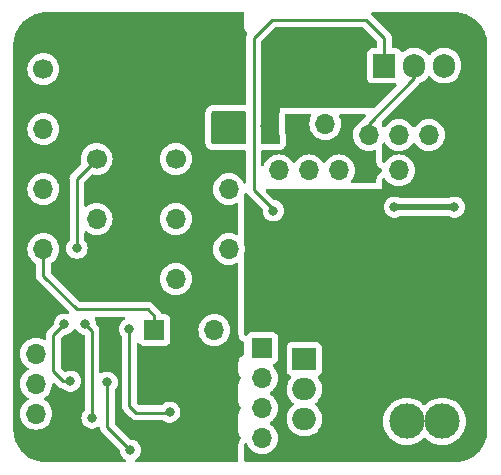
<source format=gbr>
%TF.GenerationSoftware,KiCad,Pcbnew,(7.0.0-0)*%
%TF.CreationDate,2023-06-12T13:32:23+02:00*%
%TF.ProjectId,Monitoring_Board_v01,4d6f6e69-746f-4726-996e-675f426f6172,v01*%
%TF.SameCoordinates,Original*%
%TF.FileFunction,Copper,L2,Bot*%
%TF.FilePolarity,Positive*%
%FSLAX46Y46*%
G04 Gerber Fmt 4.6, Leading zero omitted, Abs format (unit mm)*
G04 Created by KiCad (PCBNEW (7.0.0-0)) date 2023-06-12 13:32:23*
%MOMM*%
%LPD*%
G01*
G04 APERTURE LIST*
%TA.AperFunction,ComponentPad*%
%ADD10R,1.700000X1.700000*%
%TD*%
%TA.AperFunction,ComponentPad*%
%ADD11O,1.700000X1.700000*%
%TD*%
%TA.AperFunction,ComponentPad*%
%ADD12R,2.000000X1.905000*%
%TD*%
%TA.AperFunction,ComponentPad*%
%ADD13O,2.000000X1.905000*%
%TD*%
%TA.AperFunction,ComponentPad*%
%ADD14C,3.000000*%
%TD*%
%TA.AperFunction,ComponentPad*%
%ADD15C,1.700000*%
%TD*%
%TA.AperFunction,ComponentPad*%
%ADD16R,1.905000X2.000000*%
%TD*%
%TA.AperFunction,ComponentPad*%
%ADD17O,1.905000X2.000000*%
%TD*%
%TA.AperFunction,ViaPad*%
%ADD18C,0.800000*%
%TD*%
%TA.AperFunction,Conductor*%
%ADD19C,0.250000*%
%TD*%
%TA.AperFunction,Conductor*%
%ADD20C,0.500000*%
%TD*%
G04 APERTURE END LIST*
D10*
%TO.P,J6,1,Pin_1*%
%TO.N,VS*%
X143739999Y-50876220D03*
D11*
%TO.P,J6,2,Pin_2*%
%TO.N,Net-(J3-Pin_3)*%
X146279999Y-50876220D03*
%TD*%
%TO.P,J3,5Vo*%
%TO.N,Net-(J3-Pin_3)*%
X152499282Y-51787220D03*
%TO.P,J3,En*%
%TO.N,/5V_EN*%
X149959282Y-51787220D03*
%TO.P,J3,G*%
%TO.N,GND1*%
X155039282Y-51787220D03*
D10*
%TO.P,J3,In*%
%TO.N,V_cell*%
X157579282Y-51787220D03*
%TD*%
D12*
%TO.P,Q1,1,G*%
%TO.N,Net-(Q1-G)*%
X144501999Y-70764399D03*
D13*
%TO.P,Q1,2,D*%
%TO.N,Net-(D2-K)*%
X144501999Y-73304399D03*
%TO.P,Q1,3,S*%
%TO.N,GND1*%
X144501999Y-75844399D03*
%TD*%
D14*
%TO.P,J7,1,Pin_1*%
%TO.N,V_cell*%
X143435200Y-45516800D03*
X146435200Y-45516800D03*
%TD*%
D10*
%TO.P,J5,1,Pin_1*%
%TO.N,VS*%
X121796570Y-67777199D03*
D11*
%TO.P,J5,2,Pin_2*%
%TO.N,/Comms_IN*%
X121796570Y-70317199D03*
%TO.P,J5,3,Pin_3*%
%TO.N,/Comms_OUT*%
X121796570Y-72857199D03*
%TO.P,J5,4,Pin_4*%
%TO.N,GND1*%
X121796570Y-75397199D03*
%TD*%
%TO.P,U1,A0,A0*%
%TO.N,Force_Reset*%
X138103999Y-61467999D03*
%TO.P,U1,A1,A1*%
%TO.N,Net-(R2-Pad3)*%
X138103999Y-56387999D03*
%TO.P,U1,A2,A2*%
%TO.N,V_cell*%
X138103999Y-51307999D03*
%TO.P,U1,D9,D9*%
%TO.N,/DQ*%
X122403999Y-61467999D03*
%TO.P,U1,D10,D10*%
%TO.N,Dumpload_EN*%
X122403999Y-56387999D03*
%TO.P,U1,D11,D11*%
%TO.N,Net-(R1-Pad2)*%
X122403999Y-51307999D03*
D15*
%TO.P,U1,GND1,GND1*%
%TO.N,GND1*%
X122404000Y-46228000D03*
D11*
X133608599Y-63987999D03*
%TO.P,U1,RX1,RX1*%
%TO.N,RX0*%
X126902999Y-58907999D03*
D15*
%TO.P,U1,SCL1,SCL1*%
%TO.N,Net-(J2-Pin_5)*%
X133608600Y-53828000D03*
D11*
%TO.P,U1,SDA1,SDA1*%
%TO.N,Net-(J2-Pin_6)*%
X133608599Y-58907999D03*
D15*
%TO.P,U1,TX1,TX1*%
%TO.N,TX0*%
X126903000Y-53828000D03*
D11*
%TO.P,U1,VCC1,VCC1*%
%TO.N,VS*%
X126902999Y-63987999D03*
D15*
X138104000Y-46228000D03*
%TD*%
D11*
%TO.P,J2,SCL1*%
%TO.N,Net-(J2-Pin_5)*%
X144879282Y-54797220D03*
%TO.P,J2,SDA1*%
%TO.N,Net-(J2-Pin_6)*%
X142339282Y-54797220D03*
%TO.P,J2,Vcc*%
%TO.N,VS*%
X149959282Y-54797220D03*
D10*
%TO.P,J2,Vin+*%
%TO.N,V_cell*%
X155039282Y-54797220D03*
D11*
%TO.P,J2,Vin-*%
%TO.N,Net-(J2-Pin_2)*%
X152499282Y-54797220D03*
%TO.P,J2,gnd*%
%TO.N,GND1*%
X147419282Y-54797220D03*
%TD*%
D14*
%TO.P,J8,1,Pin_1*%
%TO.N,GND1*%
X156162000Y-76047600D03*
X153162000Y-76047600D03*
%TD*%
D16*
%TO.P,Q2,1,G*%
%TO.N,Net-(Q2-G)*%
X151256282Y-45923220D03*
D17*
%TO.P,Q2,2,D*%
%TO.N,/5V_EN*%
X153796282Y-45923220D03*
%TO.P,Q2,3,S*%
%TO.N,GND1*%
X156336282Y-45923220D03*
%TD*%
D10*
%TO.P,J1,1,Pin_1*%
%TO.N,/DQ*%
X131801999Y-68325999D03*
D11*
%TO.P,J1,2,Pin_2*%
%TO.N,VS*%
X134341999Y-68325999D03*
%TO.P,J1,3,Pin_3*%
%TO.N,GND1*%
X136881999Y-68325999D03*
%TD*%
D10*
%TO.P,J4,1,Pin_1*%
%TO.N,/VCC_OFF_Board  *%
X140928866Y-69849999D03*
D11*
%TO.P,J4,2,Pin_2*%
%TO.N,/Comms_ISO_IN*%
X140928866Y-72389999D03*
%TO.P,J4,3,Pin_3*%
%TO.N,/Comms_ISO_OUT*%
X140928866Y-74929999D03*
%TO.P,J4,4,Pin_4*%
%TO.N,/GND_OFF_Board  *%
X140928866Y-77469999D03*
%TD*%
D18*
%TO.N,GND1*%
X152122000Y-57912000D03*
X129770000Y-78486000D03*
X127800000Y-72738000D03*
X157202000Y-57912000D03*
%TO.N,VS*%
X122310000Y-78238000D03*
%TO.N,V_cell*%
X156135200Y-66497200D03*
X154103200Y-65481200D03*
X155170000Y-43180000D03*
X156186000Y-43180000D03*
X156186000Y-42164000D03*
X141200000Y-51054000D03*
X153087200Y-66497200D03*
X155170000Y-42164000D03*
X152071200Y-66497200D03*
X159183200Y-65481200D03*
X152071200Y-65481200D03*
X155119200Y-65481200D03*
X157202000Y-43180000D03*
X157202000Y-42164000D03*
X151055200Y-66497200D03*
X154103200Y-66497200D03*
X155119200Y-66497200D03*
X157151200Y-66497200D03*
X153087200Y-65481200D03*
X157151200Y-65481200D03*
X149023200Y-66497200D03*
X154154000Y-42164000D03*
X158167200Y-65481200D03*
X150039200Y-65481200D03*
X151055200Y-65481200D03*
X150039200Y-66497200D03*
X156135200Y-65481200D03*
X149023200Y-65481200D03*
X158167200Y-66497200D03*
X159183200Y-66497200D03*
X154154000Y-43180000D03*
%TO.N,Net-(Q2-G)*%
X141867717Y-58204283D03*
%TO.N,RX0*%
X124690000Y-72644000D03*
X124182000Y-67818000D03*
%TO.N,TX0*%
X126520000Y-75758000D03*
X125240000Y-61388000D03*
X125960000Y-67808000D03*
%TO.N,Net-(U3-1Y)*%
X133100000Y-75268000D03*
X129680000Y-68238000D03*
%TD*%
D19*
%TO.N,GND1*%
X127800000Y-76516000D02*
X129770000Y-78486000D01*
X127800000Y-72738000D02*
X127800000Y-76516000D01*
D20*
X157202000Y-57912000D02*
X152122000Y-57912000D01*
D19*
%TO.N,/DQ*%
X131802000Y-68326000D02*
X131802000Y-67120000D01*
X122404000Y-63712000D02*
X122404000Y-61468000D01*
X131250000Y-66568000D02*
X125260000Y-66568000D01*
X125260000Y-66568000D02*
X122404000Y-63712000D01*
X131802000Y-67120000D02*
X131250000Y-66568000D01*
%TO.N,Net-(Q2-G)*%
X140200000Y-56432000D02*
X141867717Y-58099717D01*
X140200000Y-56432000D02*
X140200000Y-43602000D01*
X140200000Y-43602000D02*
X141740000Y-42062000D01*
X141867717Y-58099717D02*
X141867717Y-58204283D01*
X141740000Y-42062000D02*
X149750000Y-42062000D01*
X149750000Y-42062000D02*
X151260000Y-43572000D01*
X151260000Y-43572000D02*
X151256283Y-43575717D01*
X151256283Y-43575717D02*
X151256283Y-45923221D01*
%TO.N,/5V_EN*%
X153796283Y-47001717D02*
X149959283Y-50838717D01*
X153796283Y-45923221D02*
X153796283Y-47001717D01*
X149959283Y-50838717D02*
X149959283Y-51787221D01*
%TO.N,RX0*%
X124690000Y-72644000D02*
X124076000Y-72644000D01*
X124076000Y-72644000D02*
X123240000Y-71808000D01*
X123240000Y-71808000D02*
X123240000Y-68760000D01*
X123240000Y-68760000D02*
X124182000Y-67818000D01*
%TO.N,TX0*%
X125240000Y-55491000D02*
X126903000Y-53828000D01*
X126520000Y-75758000D02*
X126520000Y-68368000D01*
X126520000Y-68368000D02*
X125960000Y-67808000D01*
X125240000Y-61388000D02*
X125240000Y-55491000D01*
%TO.N,Net-(U3-1Y)*%
X133050000Y-75318000D02*
X133100000Y-75268000D01*
X130270000Y-75318000D02*
X133050000Y-75318000D01*
X129680000Y-68238000D02*
X129680000Y-74728000D01*
X129680000Y-74728000D02*
X130270000Y-75318000D01*
%TD*%
%TA.AperFunction,Conductor*%
%TO.N,V_cell*%
G36*
X157229471Y-41402694D02*
G01*
X157341504Y-41408986D01*
X157537132Y-41420819D01*
X157550355Y-41422338D01*
X157691240Y-41446275D01*
X157692450Y-41446489D01*
X157855392Y-41476349D01*
X157867322Y-41479154D01*
X158010197Y-41520315D01*
X158012643Y-41521049D01*
X158164989Y-41568522D01*
X158175523Y-41572336D01*
X158315052Y-41630131D01*
X158318434Y-41631592D01*
X158461742Y-41696090D01*
X158470818Y-41700630D01*
X158604091Y-41774287D01*
X158608113Y-41776613D01*
X158714899Y-41841168D01*
X158741663Y-41857348D01*
X158749267Y-41862335D01*
X158873845Y-41950728D01*
X158878563Y-41954246D01*
X159000889Y-42050082D01*
X159007043Y-42055233D01*
X159121197Y-42157247D01*
X159126251Y-42162026D01*
X159235972Y-42271747D01*
X159240751Y-42276801D01*
X159342765Y-42390955D01*
X159347916Y-42397109D01*
X159443752Y-42519435D01*
X159447270Y-42524153D01*
X159535663Y-42648731D01*
X159540650Y-42656335D01*
X159621357Y-42789838D01*
X159623731Y-42793941D01*
X159686824Y-42908101D01*
X159697362Y-42927168D01*
X159701908Y-42936256D01*
X159766388Y-43079523D01*
X159767874Y-43082962D01*
X159825657Y-43222461D01*
X159829481Y-43233024D01*
X159876931Y-43385297D01*
X159877700Y-43387859D01*
X159918839Y-43530654D01*
X159921654Y-43542630D01*
X159951477Y-43705368D01*
X159951756Y-43706949D01*
X159975656Y-43847612D01*
X159977182Y-43860896D01*
X159988998Y-44056249D01*
X159989029Y-44056783D01*
X159995305Y-44168528D01*
X159995500Y-44175481D01*
X159995500Y-76728519D01*
X159995305Y-76735472D01*
X159989029Y-76847215D01*
X159988998Y-76847749D01*
X159977182Y-77043102D01*
X159975656Y-77056386D01*
X159951756Y-77197049D01*
X159951477Y-77198630D01*
X159921654Y-77361368D01*
X159918839Y-77373344D01*
X159877700Y-77516139D01*
X159876931Y-77518701D01*
X159829481Y-77670974D01*
X159825657Y-77681537D01*
X159767874Y-77821036D01*
X159766388Y-77824475D01*
X159701908Y-77967742D01*
X159697362Y-77976830D01*
X159655150Y-78053210D01*
X159623755Y-78110013D01*
X159621357Y-78114160D01*
X159540650Y-78247663D01*
X159535663Y-78255267D01*
X159447270Y-78379845D01*
X159443752Y-78384563D01*
X159347916Y-78506889D01*
X159342765Y-78513043D01*
X159240751Y-78627197D01*
X159235972Y-78632251D01*
X159126251Y-78741972D01*
X159121197Y-78746751D01*
X159007043Y-78848765D01*
X159000889Y-78853916D01*
X158878563Y-78949752D01*
X158873845Y-78953270D01*
X158749267Y-79041663D01*
X158741663Y-79046650D01*
X158608160Y-79127357D01*
X158604013Y-79129755D01*
X158562383Y-79152763D01*
X158470830Y-79203362D01*
X158461742Y-79207908D01*
X158318475Y-79272388D01*
X158315036Y-79273874D01*
X158175537Y-79331657D01*
X158164974Y-79335481D01*
X158012701Y-79382931D01*
X158010139Y-79383700D01*
X157867344Y-79424839D01*
X157855368Y-79427654D01*
X157692630Y-79457477D01*
X157691049Y-79457756D01*
X157550386Y-79481656D01*
X157537102Y-79483182D01*
X157341749Y-79494998D01*
X157341215Y-79495029D01*
X157229472Y-79501305D01*
X157222519Y-79501500D01*
X139546000Y-79501500D01*
X139484000Y-79484887D01*
X139438613Y-79439500D01*
X139422000Y-79377500D01*
X139422000Y-77993398D01*
X139439711Y-77929533D01*
X139487785Y-77883913D01*
X139552490Y-77869568D01*
X139615340Y-77890597D01*
X139658382Y-77940993D01*
X139752545Y-78142927D01*
X139752548Y-78142933D01*
X139754832Y-78147830D01*
X139757931Y-78152257D01*
X139757933Y-78152259D01*
X139887266Y-78336966D01*
X139887269Y-78336970D01*
X139890372Y-78341401D01*
X140057466Y-78508495D01*
X140251037Y-78644035D01*
X140465204Y-78743903D01*
X140693459Y-78805063D01*
X140928867Y-78825659D01*
X141164275Y-78805063D01*
X141392530Y-78743903D01*
X141606697Y-78644035D01*
X141800268Y-78508495D01*
X141967362Y-78341401D01*
X142102902Y-78147830D01*
X142202770Y-77933663D01*
X142263930Y-77705408D01*
X142284526Y-77470000D01*
X142263930Y-77234592D01*
X142202770Y-77006337D01*
X142102902Y-76792171D01*
X141967362Y-76598599D01*
X141800268Y-76431505D01*
X141795835Y-76428401D01*
X141795828Y-76428395D01*
X141614709Y-76301575D01*
X141575843Y-76257257D01*
X141561832Y-76200000D01*
X141575843Y-76142743D01*
X141614709Y-76098425D01*
X141795828Y-75971604D01*
X141795828Y-75971603D01*
X141800268Y-75968495D01*
X141803964Y-75964799D01*
X143001500Y-75964799D01*
X143002343Y-75969852D01*
X143002344Y-75969861D01*
X143040289Y-76197254D01*
X143040291Y-76197263D01*
X143041134Y-76202313D01*
X143042799Y-76207165D01*
X143042800Y-76207166D01*
X143086008Y-76333028D01*
X143119321Y-76430064D01*
X143233928Y-76641839D01*
X143237076Y-76645884D01*
X143237077Y-76645885D01*
X143350935Y-76792171D01*
X143381829Y-76831863D01*
X143439171Y-76884650D01*
X143555220Y-76991481D01*
X143555223Y-76991483D01*
X143558990Y-76994951D01*
X143563275Y-76997750D01*
X143563277Y-76997752D01*
X143582739Y-77010467D01*
X143760578Y-77126655D01*
X143981095Y-77223383D01*
X144214524Y-77282495D01*
X144394400Y-77297400D01*
X144607030Y-77297400D01*
X144609600Y-77297400D01*
X144789476Y-77282495D01*
X145022905Y-77223383D01*
X145243422Y-77126655D01*
X145445010Y-76994951D01*
X145622171Y-76831863D01*
X145770072Y-76641839D01*
X145884679Y-76430064D01*
X145962866Y-76202313D01*
X145988683Y-76047600D01*
X151156390Y-76047600D01*
X151156706Y-76052018D01*
X151176487Y-76328605D01*
X151176488Y-76328614D01*
X151176804Y-76333028D01*
X151177744Y-76337353D01*
X151177746Y-76337361D01*
X151231111Y-76582675D01*
X151237631Y-76612646D01*
X151239175Y-76616785D01*
X151239176Y-76616789D01*
X151325120Y-76847215D01*
X151337633Y-76880761D01*
X151339753Y-76884643D01*
X151339756Y-76884650D01*
X151470371Y-77123852D01*
X151474774Y-77131915D01*
X151646261Y-77360995D01*
X151848605Y-77563339D01*
X152077685Y-77734826D01*
X152235566Y-77821036D01*
X152324445Y-77869568D01*
X152328839Y-77871967D01*
X152596954Y-77971969D01*
X152876572Y-78032796D01*
X153162000Y-78053210D01*
X153447428Y-78032796D01*
X153727046Y-77971969D01*
X153995161Y-77871967D01*
X154246315Y-77734826D01*
X154475395Y-77563339D01*
X154574318Y-77464415D01*
X154629906Y-77432321D01*
X154694094Y-77432321D01*
X154749681Y-77464415D01*
X154848605Y-77563339D01*
X155077685Y-77734826D01*
X155235566Y-77821036D01*
X155324445Y-77869568D01*
X155328839Y-77871967D01*
X155596954Y-77971969D01*
X155876572Y-78032796D01*
X156162000Y-78053210D01*
X156447428Y-78032796D01*
X156727046Y-77971969D01*
X156995161Y-77871967D01*
X157246315Y-77734826D01*
X157475395Y-77563339D01*
X157677739Y-77360995D01*
X157849226Y-77131915D01*
X157986367Y-76880761D01*
X158086369Y-76612646D01*
X158147196Y-76333028D01*
X158167610Y-76047600D01*
X158147196Y-75762172D01*
X158086369Y-75482554D01*
X157986367Y-75214439D01*
X157849226Y-74963285D01*
X157677739Y-74734205D01*
X157475395Y-74531861D01*
X157246315Y-74360374D01*
X157242420Y-74358247D01*
X156999050Y-74225356D01*
X156999043Y-74225353D01*
X156995161Y-74223233D01*
X156991017Y-74221687D01*
X156991012Y-74221685D01*
X156731189Y-74124776D01*
X156731185Y-74124775D01*
X156727046Y-74123231D01*
X156697075Y-74116711D01*
X156451761Y-74063346D01*
X156451753Y-74063344D01*
X156447428Y-74062404D01*
X156443014Y-74062088D01*
X156443005Y-74062087D01*
X156166418Y-74042306D01*
X156162000Y-74041990D01*
X156157582Y-74042306D01*
X155880994Y-74062087D01*
X155880983Y-74062088D01*
X155876572Y-74062404D01*
X155872248Y-74063344D01*
X155872238Y-74063346D01*
X155601279Y-74122290D01*
X155601276Y-74122290D01*
X155596954Y-74123231D01*
X155592818Y-74124773D01*
X155592810Y-74124776D01*
X155332987Y-74221685D01*
X155332976Y-74221689D01*
X155328839Y-74223233D01*
X155324961Y-74225350D01*
X155324949Y-74225356D01*
X155081579Y-74358247D01*
X155081571Y-74358251D01*
X155077685Y-74360374D01*
X155074135Y-74363031D01*
X155074131Y-74363034D01*
X154852156Y-74529202D01*
X154852149Y-74529207D01*
X154848605Y-74531861D01*
X154845474Y-74534991D01*
X154845467Y-74534998D01*
X154749681Y-74630785D01*
X154694094Y-74662879D01*
X154629906Y-74662879D01*
X154574319Y-74630785D01*
X154478532Y-74534998D01*
X154478531Y-74534997D01*
X154475395Y-74531861D01*
X154246315Y-74360374D01*
X154242420Y-74358247D01*
X153999050Y-74225356D01*
X153999043Y-74225353D01*
X153995161Y-74223233D01*
X153991017Y-74221687D01*
X153991012Y-74221685D01*
X153731189Y-74124776D01*
X153731185Y-74124775D01*
X153727046Y-74123231D01*
X153697075Y-74116711D01*
X153451761Y-74063346D01*
X153451753Y-74063344D01*
X153447428Y-74062404D01*
X153443014Y-74062088D01*
X153443005Y-74062087D01*
X153166418Y-74042306D01*
X153162000Y-74041990D01*
X153157582Y-74042306D01*
X152880994Y-74062087D01*
X152880983Y-74062088D01*
X152876572Y-74062404D01*
X152872248Y-74063344D01*
X152872238Y-74063346D01*
X152601279Y-74122290D01*
X152601276Y-74122290D01*
X152596954Y-74123231D01*
X152592818Y-74124773D01*
X152592810Y-74124776D01*
X152332987Y-74221685D01*
X152332976Y-74221689D01*
X152328839Y-74223233D01*
X152324961Y-74225350D01*
X152324949Y-74225356D01*
X152081579Y-74358247D01*
X152081571Y-74358251D01*
X152077685Y-74360374D01*
X152074135Y-74363031D01*
X152074131Y-74363034D01*
X151852156Y-74529202D01*
X151852149Y-74529207D01*
X151848605Y-74531861D01*
X151845474Y-74534991D01*
X151845467Y-74534998D01*
X151649398Y-74731067D01*
X151649391Y-74731074D01*
X151646261Y-74734205D01*
X151643607Y-74737749D01*
X151643602Y-74737756D01*
X151495652Y-74935395D01*
X151474774Y-74963285D01*
X151472651Y-74967171D01*
X151472647Y-74967179D01*
X151339756Y-75210549D01*
X151339750Y-75210561D01*
X151337633Y-75214439D01*
X151336089Y-75218576D01*
X151336085Y-75218587D01*
X151239176Y-75478410D01*
X151239173Y-75478418D01*
X151237631Y-75482554D01*
X151236690Y-75486876D01*
X151236690Y-75486879D01*
X151177746Y-75757838D01*
X151177744Y-75757848D01*
X151176804Y-75762172D01*
X151176488Y-75766583D01*
X151176487Y-75766594D01*
X151161950Y-75969861D01*
X151156390Y-76047600D01*
X145988683Y-76047600D01*
X146002500Y-75964799D01*
X146002500Y-75724001D01*
X145962866Y-75486487D01*
X145884679Y-75258736D01*
X145770072Y-75046961D01*
X145622171Y-74856937D01*
X145445010Y-74693849D01*
X145421070Y-74678208D01*
X145379837Y-74633418D01*
X145364892Y-74574400D01*
X145379837Y-74515382D01*
X145421071Y-74470591D01*
X145427582Y-74466337D01*
X145445010Y-74454951D01*
X145622171Y-74291863D01*
X145770072Y-74101839D01*
X145884679Y-73890064D01*
X145962866Y-73662313D01*
X146002500Y-73424799D01*
X146002500Y-73184001D01*
X145962866Y-72946487D01*
X145884679Y-72718736D01*
X145770072Y-72506961D01*
X145766922Y-72502914D01*
X145766917Y-72502906D01*
X145659167Y-72364469D01*
X145635312Y-72312040D01*
X145637720Y-72254490D01*
X145665870Y-72204237D01*
X145713686Y-72172125D01*
X145744331Y-72160696D01*
X145859546Y-72074446D01*
X145945796Y-71959231D01*
X145996091Y-71824383D01*
X146002500Y-71764773D01*
X146002499Y-69764028D01*
X145996091Y-69704417D01*
X145945796Y-69569569D01*
X145859546Y-69454354D01*
X145744331Y-69368104D01*
X145609483Y-69317809D01*
X145601770Y-69316979D01*
X145601767Y-69316979D01*
X145553180Y-69311755D01*
X145553169Y-69311754D01*
X145549873Y-69311400D01*
X145546550Y-69311400D01*
X143457439Y-69311400D01*
X143457420Y-69311400D01*
X143454128Y-69311401D01*
X143450850Y-69311753D01*
X143450838Y-69311754D01*
X143402231Y-69316979D01*
X143402225Y-69316980D01*
X143394517Y-69317809D01*
X143387252Y-69320518D01*
X143387246Y-69320520D01*
X143267980Y-69365004D01*
X143267978Y-69365004D01*
X143259669Y-69368104D01*
X143252572Y-69373416D01*
X143252568Y-69373419D01*
X143151550Y-69449041D01*
X143151546Y-69449044D01*
X143144454Y-69454354D01*
X143139144Y-69461446D01*
X143139141Y-69461450D01*
X143063519Y-69562468D01*
X143063516Y-69562472D01*
X143058204Y-69569569D01*
X143055104Y-69577878D01*
X143055104Y-69577880D01*
X143010620Y-69697147D01*
X143010619Y-69697150D01*
X143007909Y-69704417D01*
X143007079Y-69712127D01*
X143007079Y-69712132D01*
X143001855Y-69760719D01*
X143001854Y-69760731D01*
X143001500Y-69764027D01*
X143001500Y-69767348D01*
X143001500Y-69767349D01*
X143001500Y-71761460D01*
X143001500Y-71761478D01*
X143001501Y-71764772D01*
X143001853Y-71768050D01*
X143001854Y-71768061D01*
X143007079Y-71816668D01*
X143007080Y-71816673D01*
X143007909Y-71824383D01*
X143010619Y-71831649D01*
X143010620Y-71831653D01*
X143043201Y-71919007D01*
X143058204Y-71959231D01*
X143144454Y-72074446D01*
X143259669Y-72160696D01*
X143290309Y-72172124D01*
X143290312Y-72172125D01*
X143338129Y-72204238D01*
X143366279Y-72254491D01*
X143368687Y-72312040D01*
X143344833Y-72364469D01*
X143237077Y-72502914D01*
X143237072Y-72502921D01*
X143233928Y-72506961D01*
X143231490Y-72511465D01*
X143231488Y-72511469D01*
X143121758Y-72714231D01*
X143121753Y-72714240D01*
X143119321Y-72718736D01*
X143117659Y-72723576D01*
X143117656Y-72723584D01*
X143071315Y-72858572D01*
X143041134Y-72946487D01*
X143040291Y-72951533D01*
X143040289Y-72951545D01*
X143002344Y-73178938D01*
X143002343Y-73178948D01*
X143001500Y-73184001D01*
X143001500Y-73424799D01*
X143002343Y-73429852D01*
X143002344Y-73429861D01*
X143040289Y-73657254D01*
X143040291Y-73657263D01*
X143041134Y-73662313D01*
X143119321Y-73890064D01*
X143233928Y-74101839D01*
X143237076Y-74105884D01*
X143237077Y-74105885D01*
X143350935Y-74252171D01*
X143381829Y-74291863D01*
X143385602Y-74295336D01*
X143555220Y-74451481D01*
X143555223Y-74451483D01*
X143558990Y-74454951D01*
X143568902Y-74461427D01*
X143582929Y-74470592D01*
X143624161Y-74515383D01*
X143639106Y-74574400D01*
X143624161Y-74633417D01*
X143582929Y-74678208D01*
X143563281Y-74691045D01*
X143563276Y-74691048D01*
X143558990Y-74693849D01*
X143555230Y-74697309D01*
X143555220Y-74697318D01*
X143385602Y-74853463D01*
X143385597Y-74853467D01*
X143381829Y-74856937D01*
X143378685Y-74860976D01*
X143378678Y-74860984D01*
X143237077Y-75042914D01*
X143237072Y-75042921D01*
X143233928Y-75046961D01*
X143231490Y-75051465D01*
X143231488Y-75051469D01*
X143121758Y-75254231D01*
X143121753Y-75254240D01*
X143119321Y-75258736D01*
X143117659Y-75263576D01*
X143117656Y-75263584D01*
X143042800Y-75481633D01*
X143041134Y-75486487D01*
X143040291Y-75491533D01*
X143040289Y-75491545D01*
X143002344Y-75718938D01*
X143002343Y-75718948D01*
X143001500Y-75724001D01*
X143001500Y-75964799D01*
X141803964Y-75964799D01*
X141967362Y-75801401D01*
X142102902Y-75607830D01*
X142202770Y-75393663D01*
X142263930Y-75165408D01*
X142284526Y-74930000D01*
X142263930Y-74694592D01*
X142202770Y-74466337D01*
X142102902Y-74252171D01*
X141967362Y-74058599D01*
X141800268Y-73891505D01*
X141795835Y-73888401D01*
X141795828Y-73888395D01*
X141614709Y-73761575D01*
X141575843Y-73717257D01*
X141561832Y-73660000D01*
X141575843Y-73602743D01*
X141614709Y-73558425D01*
X141795828Y-73431604D01*
X141795828Y-73431603D01*
X141800268Y-73428495D01*
X141967362Y-73261401D01*
X142102902Y-73067830D01*
X142202770Y-72853663D01*
X142263930Y-72625408D01*
X142284526Y-72390000D01*
X142263930Y-72154592D01*
X142202770Y-71926337D01*
X142102902Y-71712171D01*
X141967362Y-71518599D01*
X141845436Y-71396673D01*
X141814140Y-71343927D01*
X141811951Y-71282634D01*
X141839404Y-71227789D01*
X141889783Y-71192810D01*
X142021198Y-71143796D01*
X142136413Y-71057546D01*
X142222663Y-70942331D01*
X142272958Y-70807483D01*
X142279367Y-70747873D01*
X142279366Y-68952128D01*
X142272958Y-68892517D01*
X142222663Y-68757669D01*
X142136413Y-68642454D01*
X142021198Y-68556204D01*
X141886350Y-68505909D01*
X141878637Y-68505079D01*
X141878634Y-68505079D01*
X141830047Y-68499855D01*
X141830036Y-68499854D01*
X141826740Y-68499500D01*
X141823417Y-68499500D01*
X140034306Y-68499500D01*
X140034287Y-68499500D01*
X140030995Y-68499501D01*
X140027717Y-68499853D01*
X140027705Y-68499854D01*
X139979098Y-68505079D01*
X139979092Y-68505080D01*
X139971384Y-68505909D01*
X139964119Y-68508618D01*
X139964113Y-68508620D01*
X139844847Y-68553104D01*
X139844845Y-68553104D01*
X139836536Y-68556204D01*
X139829439Y-68561516D01*
X139829435Y-68561519D01*
X139728417Y-68637141D01*
X139728413Y-68637144D01*
X139721321Y-68642454D01*
X139716011Y-68649546D01*
X139716008Y-68649550D01*
X139645267Y-68744049D01*
X139597511Y-68782533D01*
X139537154Y-68793422D01*
X139478960Y-68774053D01*
X139437168Y-68729165D01*
X139422000Y-68669738D01*
X139422000Y-61783414D01*
X139426225Y-61751321D01*
X139427551Y-61746371D01*
X139439063Y-61703408D01*
X139459659Y-61468000D01*
X139439063Y-61232592D01*
X139426225Y-61184679D01*
X139422000Y-61152586D01*
X139422000Y-56806442D01*
X139438872Y-56743995D01*
X139484897Y-56698542D01*
X139547551Y-56682452D01*
X139609782Y-56700104D01*
X139645505Y-56737193D01*
X139647515Y-56735733D01*
X139665434Y-56760397D01*
X139673181Y-56771060D01*
X139679593Y-56780822D01*
X139697856Y-56811702D01*
X139697859Y-56811707D01*
X139701830Y-56818420D01*
X139707345Y-56823935D01*
X139715990Y-56832580D01*
X139728626Y-56847374D01*
X139735819Y-56857275D01*
X139735823Y-56857279D01*
X139740406Y-56863587D01*
X139746415Y-56868558D01*
X139746416Y-56868559D01*
X139774058Y-56891426D01*
X139782699Y-56899289D01*
X140932364Y-58048955D01*
X140961570Y-58095243D01*
X140968004Y-58149596D01*
X140962257Y-58204283D01*
X140962936Y-58210743D01*
X140981363Y-58386078D01*
X140981364Y-58386086D01*
X140982043Y-58392539D01*
X140984048Y-58398711D01*
X140984050Y-58398718D01*
X141000402Y-58449043D01*
X141040538Y-58572567D01*
X141043785Y-58578191D01*
X141043786Y-58578193D01*
X141106133Y-58686182D01*
X141135184Y-58736499D01*
X141139528Y-58741324D01*
X141139530Y-58741326D01*
X141203616Y-58812500D01*
X141261846Y-58877171D01*
X141414987Y-58988434D01*
X141587914Y-59065427D01*
X141773071Y-59104783D01*
X141955860Y-59104783D01*
X141962363Y-59104783D01*
X142147520Y-59065427D01*
X142320447Y-58988434D01*
X142473588Y-58877171D01*
X142600250Y-58736499D01*
X142694896Y-58572567D01*
X142753391Y-58392539D01*
X142773177Y-58204283D01*
X142753391Y-58016027D01*
X142719590Y-57912000D01*
X151216540Y-57912000D01*
X151217219Y-57918460D01*
X151235646Y-58093795D01*
X151235647Y-58093803D01*
X151236326Y-58100256D01*
X151238331Y-58106428D01*
X151238333Y-58106435D01*
X151292813Y-58274105D01*
X151294821Y-58280284D01*
X151389467Y-58444216D01*
X151516129Y-58584888D01*
X151669270Y-58696151D01*
X151842197Y-58773144D01*
X152027354Y-58812500D01*
X152210143Y-58812500D01*
X152216646Y-58812500D01*
X152401803Y-58773144D01*
X152574730Y-58696151D01*
X152588454Y-58686179D01*
X152623018Y-58668569D01*
X152661336Y-58662500D01*
X156662664Y-58662500D01*
X156700982Y-58668569D01*
X156735545Y-58686179D01*
X156749270Y-58696151D01*
X156922197Y-58773144D01*
X157107354Y-58812500D01*
X157290143Y-58812500D01*
X157296646Y-58812500D01*
X157481803Y-58773144D01*
X157654730Y-58696151D01*
X157807871Y-58584888D01*
X157934533Y-58444216D01*
X158029179Y-58280284D01*
X158087674Y-58100256D01*
X158107460Y-57912000D01*
X158087674Y-57723744D01*
X158029179Y-57543716D01*
X157934533Y-57379784D01*
X157860430Y-57297485D01*
X157812220Y-57243942D01*
X157812219Y-57243941D01*
X157807871Y-57239112D01*
X157802613Y-57235292D01*
X157802611Y-57235290D01*
X157659988Y-57131669D01*
X157659987Y-57131668D01*
X157654730Y-57127849D01*
X157648792Y-57125205D01*
X157487745Y-57053501D01*
X157487740Y-57053499D01*
X157481803Y-57050856D01*
X157475444Y-57049504D01*
X157475440Y-57049503D01*
X157303008Y-57012852D01*
X157303005Y-57012851D01*
X157296646Y-57011500D01*
X157107354Y-57011500D01*
X157100995Y-57012851D01*
X157100991Y-57012852D01*
X156928559Y-57049503D01*
X156928552Y-57049505D01*
X156922197Y-57050856D01*
X156916262Y-57053498D01*
X156916254Y-57053501D01*
X156755207Y-57125205D01*
X156755202Y-57125207D01*
X156749270Y-57127849D01*
X156735545Y-57137820D01*
X156700982Y-57155431D01*
X156662664Y-57161500D01*
X152661336Y-57161500D01*
X152623018Y-57155431D01*
X152588454Y-57137820D01*
X152574730Y-57127849D01*
X152568792Y-57125205D01*
X152407745Y-57053501D01*
X152407740Y-57053499D01*
X152401803Y-57050856D01*
X152395444Y-57049504D01*
X152395440Y-57049503D01*
X152223008Y-57012852D01*
X152223005Y-57012851D01*
X152216646Y-57011500D01*
X152027354Y-57011500D01*
X152020995Y-57012851D01*
X152020991Y-57012852D01*
X151848559Y-57049503D01*
X151848552Y-57049505D01*
X151842197Y-57050856D01*
X151836262Y-57053498D01*
X151836254Y-57053501D01*
X151675207Y-57125205D01*
X151675202Y-57125207D01*
X151669270Y-57127849D01*
X151664016Y-57131665D01*
X151664011Y-57131669D01*
X151521388Y-57235290D01*
X151521381Y-57235295D01*
X151516129Y-57239112D01*
X151511784Y-57243937D01*
X151511779Y-57243942D01*
X151393813Y-57374956D01*
X151393808Y-57374962D01*
X151389467Y-57379784D01*
X151386222Y-57385404D01*
X151386218Y-57385410D01*
X151298069Y-57538089D01*
X151298066Y-57538094D01*
X151294821Y-57543716D01*
X151292815Y-57549888D01*
X151292813Y-57549894D01*
X151238333Y-57717564D01*
X151238331Y-57717573D01*
X151236326Y-57723744D01*
X151235648Y-57730194D01*
X151235646Y-57730204D01*
X151217962Y-57898464D01*
X151216540Y-57912000D01*
X142719590Y-57912000D01*
X142694896Y-57835999D01*
X142600250Y-57672067D01*
X142501176Y-57562035D01*
X142477937Y-57536225D01*
X142477936Y-57536224D01*
X142473588Y-57531395D01*
X142468330Y-57527575D01*
X142468328Y-57527573D01*
X142325705Y-57423952D01*
X142325704Y-57423951D01*
X142320447Y-57420132D01*
X142314509Y-57417488D01*
X142153462Y-57345784D01*
X142153457Y-57345782D01*
X142147520Y-57343139D01*
X142141161Y-57341787D01*
X142141157Y-57341786D01*
X141990683Y-57309802D01*
X141957296Y-57297485D01*
X141928783Y-57276193D01*
X141252272Y-56599681D01*
X141222022Y-56550318D01*
X141217480Y-56492602D01*
X141239635Y-56439115D01*
X141283658Y-56401515D01*
X141339953Y-56388000D01*
X151089674Y-56388000D01*
X151106000Y-56388000D01*
X151106000Y-55555211D01*
X151121547Y-55495095D01*
X151164290Y-55450053D01*
X151223510Y-55431381D01*
X151284358Y-55443761D01*
X151331575Y-55484087D01*
X151457682Y-55664187D01*
X151457685Y-55664191D01*
X151460788Y-55668622D01*
X151627882Y-55835716D01*
X151821453Y-55971256D01*
X152035620Y-56071124D01*
X152263875Y-56132284D01*
X152499283Y-56152880D01*
X152734691Y-56132284D01*
X152962946Y-56071124D01*
X153177113Y-55971256D01*
X153370684Y-55835716D01*
X153537778Y-55668622D01*
X153673318Y-55475051D01*
X153773186Y-55260884D01*
X153834346Y-55032629D01*
X153854942Y-54797221D01*
X153834346Y-54561813D01*
X153773186Y-54333558D01*
X153673318Y-54119392D01*
X153537778Y-53925820D01*
X153370684Y-53758726D01*
X153366253Y-53755623D01*
X153366249Y-53755620D01*
X153181542Y-53626287D01*
X153181540Y-53626285D01*
X153177113Y-53623186D01*
X153172216Y-53620902D01*
X153172210Y-53620899D01*
X152967855Y-53525607D01*
X152967853Y-53525606D01*
X152962946Y-53523318D01*
X152957721Y-53521918D01*
X152957713Y-53521915D01*
X152739917Y-53463558D01*
X152739913Y-53463557D01*
X152734691Y-53462158D01*
X152729303Y-53461686D01*
X152729300Y-53461686D01*
X152504678Y-53442034D01*
X152499283Y-53441562D01*
X152493888Y-53442034D01*
X152269265Y-53461686D01*
X152269260Y-53461686D01*
X152263875Y-53462158D01*
X152258654Y-53463556D01*
X152258648Y-53463558D01*
X152040852Y-53521915D01*
X152040840Y-53521919D01*
X152035620Y-53523318D01*
X152030715Y-53525604D01*
X152030710Y-53525607D01*
X151826364Y-53620896D01*
X151826360Y-53620898D01*
X151821454Y-53623186D01*
X151817021Y-53626289D01*
X151817014Y-53626294D01*
X151632317Y-53755620D01*
X151632312Y-53755623D01*
X151627882Y-53758726D01*
X151624058Y-53762549D01*
X151624052Y-53762555D01*
X151464617Y-53921990D01*
X151464611Y-53921996D01*
X151460788Y-53925820D01*
X151457685Y-53930250D01*
X151457682Y-53930255D01*
X151331575Y-54110356D01*
X151284358Y-54150683D01*
X151223510Y-54163063D01*
X151164290Y-54144391D01*
X151121547Y-54099349D01*
X151106000Y-54039233D01*
X151106000Y-52545211D01*
X151121547Y-52485095D01*
X151164290Y-52440053D01*
X151223510Y-52421381D01*
X151284358Y-52433761D01*
X151331575Y-52474087D01*
X151457682Y-52654187D01*
X151457685Y-52654191D01*
X151460788Y-52658622D01*
X151627882Y-52825716D01*
X151821453Y-52961256D01*
X152035620Y-53061124D01*
X152263875Y-53122284D01*
X152499283Y-53142880D01*
X152734691Y-53122284D01*
X152962946Y-53061124D01*
X153177113Y-52961256D01*
X153370684Y-52825716D01*
X153537778Y-52658622D01*
X153667707Y-52473063D01*
X153712026Y-52434197D01*
X153769283Y-52420186D01*
X153826540Y-52434197D01*
X153870858Y-52473063D01*
X153997678Y-52654182D01*
X153997684Y-52654189D01*
X154000788Y-52658622D01*
X154167882Y-52825716D01*
X154361453Y-52961256D01*
X154575620Y-53061124D01*
X154803875Y-53122284D01*
X155039283Y-53142880D01*
X155274691Y-53122284D01*
X155502946Y-53061124D01*
X155717113Y-52961256D01*
X155910684Y-52825716D01*
X156077778Y-52658622D01*
X156213318Y-52465051D01*
X156313186Y-52250884D01*
X156374346Y-52022629D01*
X156394942Y-51787221D01*
X156374346Y-51551813D01*
X156325855Y-51370840D01*
X156314588Y-51328790D01*
X156314587Y-51328788D01*
X156313186Y-51323558D01*
X156213318Y-51109392D01*
X156077778Y-50915820D01*
X155910684Y-50748726D01*
X155906253Y-50745623D01*
X155906249Y-50745620D01*
X155721542Y-50616287D01*
X155721540Y-50616285D01*
X155717113Y-50613186D01*
X155712216Y-50610902D01*
X155712210Y-50610899D01*
X155507855Y-50515607D01*
X155507853Y-50515606D01*
X155502946Y-50513318D01*
X155497721Y-50511918D01*
X155497713Y-50511915D01*
X155279917Y-50453558D01*
X155279913Y-50453557D01*
X155274691Y-50452158D01*
X155269303Y-50451686D01*
X155269300Y-50451686D01*
X155044678Y-50432034D01*
X155039283Y-50431562D01*
X155033888Y-50432034D01*
X154809265Y-50451686D01*
X154809260Y-50451686D01*
X154803875Y-50452158D01*
X154798654Y-50453556D01*
X154798648Y-50453558D01*
X154580852Y-50511915D01*
X154580840Y-50511919D01*
X154575620Y-50513318D01*
X154570715Y-50515604D01*
X154570710Y-50515607D01*
X154366364Y-50610896D01*
X154366360Y-50610898D01*
X154361454Y-50613186D01*
X154357021Y-50616289D01*
X154357014Y-50616294D01*
X154172317Y-50745620D01*
X154172312Y-50745623D01*
X154167882Y-50748726D01*
X154164058Y-50752549D01*
X154164052Y-50752555D01*
X154004617Y-50911990D01*
X154004611Y-50911996D01*
X154000788Y-50915820D01*
X153997685Y-50920250D01*
X153997682Y-50920255D01*
X153870858Y-51101380D01*
X153826540Y-51140246D01*
X153769283Y-51154257D01*
X153712026Y-51140246D01*
X153667708Y-51101380D01*
X153540883Y-50920255D01*
X153537778Y-50915820D01*
X153370684Y-50748726D01*
X153366253Y-50745623D01*
X153366249Y-50745620D01*
X153181542Y-50616287D01*
X153181540Y-50616285D01*
X153177113Y-50613186D01*
X153172216Y-50610902D01*
X153172210Y-50610899D01*
X152967855Y-50515607D01*
X152967853Y-50515606D01*
X152962946Y-50513318D01*
X152957721Y-50511918D01*
X152957713Y-50511915D01*
X152739917Y-50453558D01*
X152739913Y-50453557D01*
X152734691Y-50452158D01*
X152729303Y-50451686D01*
X152729300Y-50451686D01*
X152504678Y-50432034D01*
X152499283Y-50431562D01*
X152493888Y-50432034D01*
X152269265Y-50451686D01*
X152269260Y-50451686D01*
X152263875Y-50452158D01*
X152258654Y-50453556D01*
X152258648Y-50453558D01*
X152040852Y-50511915D01*
X152040840Y-50511919D01*
X152035620Y-50513318D01*
X152030715Y-50515604D01*
X152030710Y-50515607D01*
X151826364Y-50610896D01*
X151826360Y-50610898D01*
X151821454Y-50613186D01*
X151817021Y-50616289D01*
X151817014Y-50616294D01*
X151632317Y-50745620D01*
X151632312Y-50745623D01*
X151627882Y-50748726D01*
X151624058Y-50752549D01*
X151624052Y-50752555D01*
X151464617Y-50911990D01*
X151464611Y-50911996D01*
X151460788Y-50915820D01*
X151457685Y-50920250D01*
X151457682Y-50920255D01*
X151331575Y-51100356D01*
X151284358Y-51140683D01*
X151223510Y-51153063D01*
X151164290Y-51134391D01*
X151121547Y-51089349D01*
X151106000Y-51029233D01*
X151106000Y-50627952D01*
X151115439Y-50580499D01*
X151142319Y-50540271D01*
X152188909Y-49493681D01*
X154183594Y-47498995D01*
X154191764Y-47491561D01*
X154198160Y-47487503D01*
X154244201Y-47438473D01*
X154246818Y-47435771D01*
X154266403Y-47416188D01*
X154268868Y-47413009D01*
X154276450Y-47404133D01*
X154278420Y-47402035D01*
X154306345Y-47372299D01*
X154310667Y-47364436D01*
X154312246Y-47362511D01*
X154314690Y-47359148D01*
X154314887Y-47359291D01*
X154339515Y-47329272D01*
X154372768Y-47310459D01*
X154372402Y-47309624D01*
X154377095Y-47307565D01*
X154381947Y-47305900D01*
X154593722Y-47191293D01*
X154783746Y-47043392D01*
X154946834Y-46866231D01*
X154962474Y-46842291D01*
X155007265Y-46801058D01*
X155066283Y-46786113D01*
X155125301Y-46801058D01*
X155170091Y-46842291D01*
X155185732Y-46866231D01*
X155348820Y-47043392D01*
X155538844Y-47191293D01*
X155750619Y-47305900D01*
X155978370Y-47384087D01*
X156215884Y-47423721D01*
X156451549Y-47423721D01*
X156456682Y-47423721D01*
X156694196Y-47384087D01*
X156921947Y-47305900D01*
X157133722Y-47191293D01*
X157323746Y-47043392D01*
X157486834Y-46866231D01*
X157618538Y-46664643D01*
X157715266Y-46444126D01*
X157774378Y-46210697D01*
X157789283Y-46030821D01*
X157789283Y-45815621D01*
X157774378Y-45635745D01*
X157715266Y-45402316D01*
X157618538Y-45181799D01*
X157502474Y-45004150D01*
X157489635Y-44984498D01*
X157489633Y-44984496D01*
X157486834Y-44980211D01*
X157483366Y-44976444D01*
X157483364Y-44976441D01*
X157335426Y-44815738D01*
X157323746Y-44803050D01*
X157303767Y-44787500D01*
X157137768Y-44658298D01*
X157137767Y-44658297D01*
X157133722Y-44655149D01*
X156968389Y-44565675D01*
X156926451Y-44542979D01*
X156926446Y-44542977D01*
X156921947Y-44540542D01*
X156917101Y-44538878D01*
X156917098Y-44538877D01*
X156699049Y-44464021D01*
X156699048Y-44464020D01*
X156694196Y-44462355D01*
X156689146Y-44461512D01*
X156689137Y-44461510D01*
X156461744Y-44423565D01*
X156461735Y-44423564D01*
X156456682Y-44422721D01*
X156215884Y-44422721D01*
X156210831Y-44423564D01*
X156210821Y-44423565D01*
X155983428Y-44461510D01*
X155983416Y-44461512D01*
X155978370Y-44462355D01*
X155973520Y-44464019D01*
X155973516Y-44464021D01*
X155755467Y-44538877D01*
X155755459Y-44538880D01*
X155750619Y-44540542D01*
X155746123Y-44542974D01*
X155746114Y-44542979D01*
X155543352Y-44652709D01*
X155543348Y-44652711D01*
X155538844Y-44655149D01*
X155534804Y-44658293D01*
X155534797Y-44658298D01*
X155352867Y-44799899D01*
X155352859Y-44799906D01*
X155348820Y-44803050D01*
X155345350Y-44806818D01*
X155345346Y-44806823D01*
X155189201Y-44976441D01*
X155189192Y-44976451D01*
X155185732Y-44980211D01*
X155182931Y-44984497D01*
X155182928Y-44984502D01*
X155170091Y-45004150D01*
X155125300Y-45045382D01*
X155066283Y-45060327D01*
X155007266Y-45045382D01*
X154962475Y-45004150D01*
X154949637Y-44984502D01*
X154946834Y-44980211D01*
X154943366Y-44976444D01*
X154943364Y-44976441D01*
X154795426Y-44815738D01*
X154783746Y-44803050D01*
X154763767Y-44787500D01*
X154597768Y-44658298D01*
X154597767Y-44658297D01*
X154593722Y-44655149D01*
X154428389Y-44565675D01*
X154386451Y-44542979D01*
X154386446Y-44542977D01*
X154381947Y-44540542D01*
X154377101Y-44538878D01*
X154377098Y-44538877D01*
X154159049Y-44464021D01*
X154159048Y-44464020D01*
X154154196Y-44462355D01*
X154149146Y-44461512D01*
X154149137Y-44461510D01*
X153921744Y-44423565D01*
X153921735Y-44423564D01*
X153916682Y-44422721D01*
X153675884Y-44422721D01*
X153670831Y-44423564D01*
X153670821Y-44423565D01*
X153443428Y-44461510D01*
X153443416Y-44461512D01*
X153438370Y-44462355D01*
X153433520Y-44464019D01*
X153433516Y-44464021D01*
X153215467Y-44538877D01*
X153215459Y-44538880D01*
X153210619Y-44540542D01*
X153206123Y-44542974D01*
X153206114Y-44542979D01*
X153003352Y-44652709D01*
X153003348Y-44652711D01*
X152998844Y-44655149D01*
X152994804Y-44658293D01*
X152994797Y-44658298D01*
X152856352Y-44766054D01*
X152803923Y-44789908D01*
X152746374Y-44787500D01*
X152696121Y-44759350D01*
X152664008Y-44711533D01*
X152652579Y-44680890D01*
X152566329Y-44565675D01*
X152451114Y-44479425D01*
X152316266Y-44429130D01*
X152308553Y-44428300D01*
X152308550Y-44428300D01*
X152259963Y-44423076D01*
X152259952Y-44423075D01*
X152256656Y-44422721D01*
X152253334Y-44422721D01*
X152005783Y-44422721D01*
X151943783Y-44406108D01*
X151898396Y-44360721D01*
X151881783Y-44298721D01*
X151881783Y-43671369D01*
X151884769Y-43644319D01*
X151887672Y-43631332D01*
X151887415Y-43623171D01*
X151888883Y-43599865D01*
X151888939Y-43599510D01*
X151890160Y-43591804D01*
X151884937Y-43536560D01*
X151884450Y-43528801D01*
X151882709Y-43473372D01*
X151880430Y-43465529D01*
X151876054Y-43442586D01*
X151875287Y-43434467D01*
X151856494Y-43382269D01*
X151854090Y-43374870D01*
X151840792Y-43329098D01*
X151838617Y-43321610D01*
X151834464Y-43314587D01*
X151824521Y-43293458D01*
X151821754Y-43285771D01*
X151790566Y-43239880D01*
X151786396Y-43233308D01*
X151762142Y-43192296D01*
X151758170Y-43185579D01*
X151752393Y-43179801D01*
X151737516Y-43161819D01*
X151737308Y-43161513D01*
X151732924Y-43155062D01*
X151691313Y-43118377D01*
X151685635Y-43113044D01*
X150247286Y-41674695D01*
X150239842Y-41666514D01*
X150235786Y-41660123D01*
X150189749Y-41616891D01*
X150157703Y-41567769D01*
X150151817Y-41509414D01*
X150173408Y-41454881D01*
X150217646Y-41416371D01*
X150274634Y-41402500D01*
X157222521Y-41402500D01*
X157229471Y-41402694D01*
G37*
%TD.AperFunction*%
%TA.AperFunction,Conductor*%
G36*
X149487001Y-42696939D02*
G01*
X149527229Y-42723819D01*
X150594464Y-43791055D01*
X150621344Y-43831283D01*
X150630783Y-43878736D01*
X150630783Y-44298722D01*
X150614170Y-44360722D01*
X150568783Y-44406109D01*
X150506783Y-44422722D01*
X150255911Y-44422722D01*
X150252633Y-44423074D01*
X150252621Y-44423075D01*
X150204014Y-44428300D01*
X150204008Y-44428301D01*
X150196300Y-44429130D01*
X150189035Y-44431839D01*
X150189029Y-44431841D01*
X150069763Y-44476325D01*
X150069761Y-44476325D01*
X150061452Y-44479425D01*
X150054355Y-44484737D01*
X150054351Y-44484740D01*
X149953333Y-44560362D01*
X149953329Y-44560365D01*
X149946237Y-44565675D01*
X149940927Y-44572767D01*
X149940924Y-44572771D01*
X149865302Y-44673789D01*
X149865299Y-44673793D01*
X149859987Y-44680890D01*
X149856887Y-44689199D01*
X149856887Y-44689201D01*
X149812403Y-44808468D01*
X149812402Y-44808471D01*
X149809692Y-44815738D01*
X149808862Y-44823448D01*
X149808862Y-44823453D01*
X149803638Y-44872040D01*
X149803637Y-44872052D01*
X149803283Y-44875348D01*
X149803283Y-44878669D01*
X149803283Y-44878670D01*
X149803283Y-46967781D01*
X149803283Y-46967799D01*
X149803284Y-46971093D01*
X149803636Y-46974371D01*
X149803637Y-46974382D01*
X149808862Y-47022989D01*
X149808863Y-47022994D01*
X149809692Y-47030704D01*
X149812402Y-47037970D01*
X149812403Y-47037974D01*
X149814424Y-47043392D01*
X149859987Y-47165552D01*
X149865301Y-47172651D01*
X149865302Y-47172652D01*
X149881082Y-47193732D01*
X149946237Y-47280767D01*
X150061452Y-47367017D01*
X150196300Y-47417312D01*
X150255910Y-47423721D01*
X152190325Y-47423720D01*
X152246620Y-47437235D01*
X152290643Y-47474835D01*
X152312798Y-47528322D01*
X152308256Y-47586038D01*
X152278006Y-47635401D01*
X150419727Y-49493681D01*
X150379499Y-49520561D01*
X150332046Y-49530000D01*
X146393287Y-49530000D01*
X146382480Y-49529528D01*
X146280000Y-49520562D01*
X146177519Y-49529528D01*
X146166713Y-49530000D01*
X144684314Y-49530000D01*
X144671059Y-49529289D01*
X144641182Y-49526076D01*
X144641167Y-49526075D01*
X144637873Y-49525721D01*
X144634549Y-49525721D01*
X142845439Y-49525721D01*
X142845420Y-49525721D01*
X142842128Y-49525722D01*
X142838848Y-49526074D01*
X142838840Y-49526075D01*
X142817366Y-49528383D01*
X142808934Y-49529290D01*
X142795684Y-49530000D01*
X142486326Y-49530000D01*
X142470000Y-49530000D01*
X142470000Y-49546326D01*
X142470000Y-49711296D01*
X142454832Y-49770724D01*
X142451520Y-49776788D01*
X142446204Y-49783890D01*
X142443105Y-49792197D01*
X142443103Y-49792202D01*
X142398620Y-49911468D01*
X142398619Y-49911471D01*
X142395909Y-49918738D01*
X142395079Y-49926448D01*
X142395079Y-49926453D01*
X142389855Y-49975040D01*
X142389854Y-49975052D01*
X142389500Y-49978348D01*
X142389500Y-49981669D01*
X142389500Y-49981670D01*
X142389500Y-51770781D01*
X142389500Y-51770799D01*
X142389501Y-51774093D01*
X142389853Y-51777371D01*
X142389854Y-51777382D01*
X142395079Y-51825989D01*
X142395080Y-51825994D01*
X142395909Y-51833704D01*
X142398619Y-51840970D01*
X142398620Y-51840974D01*
X142426124Y-51914716D01*
X142446204Y-51968552D01*
X142451520Y-51975654D01*
X142454832Y-51981718D01*
X142470000Y-52041146D01*
X142470000Y-52454000D01*
X142453387Y-52516000D01*
X142408000Y-52561387D01*
X142346000Y-52578000D01*
X140949500Y-52578000D01*
X140887500Y-52561387D01*
X140842113Y-52516000D01*
X140825500Y-52454000D01*
X140825500Y-43912452D01*
X140834939Y-43864999D01*
X140861819Y-43824771D01*
X141962772Y-42723819D01*
X142003000Y-42696939D01*
X142050453Y-42687500D01*
X149439548Y-42687500D01*
X149487001Y-42696939D01*
G37*
%TD.AperFunction*%
%TA.AperFunction,Conductor*%
G36*
X139512500Y-49800613D02*
G01*
X139557887Y-49846000D01*
X139574500Y-49908000D01*
X139574500Y-52454000D01*
X139557887Y-52516000D01*
X139512500Y-52561387D01*
X139450500Y-52578000D01*
X136752000Y-52578000D01*
X136690000Y-52561387D01*
X136644613Y-52516000D01*
X136628000Y-52454000D01*
X136628000Y-49908000D01*
X136644613Y-49846000D01*
X136690000Y-49800613D01*
X136752000Y-49784000D01*
X139450500Y-49784000D01*
X139512500Y-49800613D01*
G37*
%TD.AperFunction*%
%TD*%
%TA.AperFunction,Conductor*%
%TO.N,VS*%
G36*
X139362500Y-41419113D02*
G01*
X139407887Y-41464500D01*
X139424500Y-41526500D01*
X139424500Y-42688046D01*
X139424929Y-42691674D01*
X139424930Y-42691684D01*
X139427111Y-42710110D01*
X139438467Y-42806051D01*
X139439319Y-42809600D01*
X139439321Y-42809611D01*
X139444155Y-42829745D01*
X139451982Y-42862346D01*
X139453245Y-42865770D01*
X139453247Y-42865776D01*
X139475896Y-42927168D01*
X139493112Y-42973835D01*
X139497172Y-42979911D01*
X139497175Y-42979917D01*
X139529981Y-43029013D01*
X139559133Y-43072641D01*
X139596733Y-43116664D01*
X139599418Y-43119146D01*
X139599422Y-43119150D01*
X139626296Y-43143992D01*
X139655668Y-43185208D01*
X139666126Y-43234726D01*
X139655926Y-43284299D01*
X139639974Y-43321159D01*
X139634838Y-43331643D01*
X139613803Y-43369908D01*
X139611864Y-43377456D01*
X139611863Y-43377461D01*
X139608822Y-43389307D01*
X139602521Y-43407711D01*
X139597658Y-43418948D01*
X139597656Y-43418952D01*
X139594562Y-43426104D01*
X139593342Y-43433803D01*
X139593342Y-43433805D01*
X139587729Y-43469241D01*
X139585361Y-43480676D01*
X139576438Y-43515428D01*
X139576436Y-43515436D01*
X139574500Y-43522981D01*
X139574500Y-43530777D01*
X139574500Y-43543017D01*
X139572974Y-43562402D01*
X139569840Y-43582196D01*
X139570574Y-43589961D01*
X139570574Y-43589964D01*
X139573950Y-43625676D01*
X139574500Y-43637345D01*
X139574500Y-49154500D01*
X139557887Y-49216500D01*
X139512500Y-49261887D01*
X139450500Y-49278500D01*
X136752000Y-49278500D01*
X136747983Y-49279028D01*
X136747980Y-49279029D01*
X136625192Y-49295194D01*
X136625177Y-49295196D01*
X136621166Y-49295725D01*
X136617254Y-49296773D01*
X136617245Y-49296775D01*
X136563090Y-49311286D01*
X136563082Y-49311288D01*
X136559166Y-49312338D01*
X136555420Y-49313889D01*
X136555410Y-49313893D01*
X136444759Y-49359726D01*
X136444754Y-49359728D01*
X136437250Y-49362837D01*
X136430806Y-49367780D01*
X136430800Y-49367785D01*
X136335789Y-49440691D01*
X136335782Y-49440696D01*
X136332558Y-49443171D01*
X136329685Y-49446043D01*
X136329677Y-49446051D01*
X136290051Y-49485677D01*
X136290043Y-49485685D01*
X136287171Y-49488558D01*
X136284696Y-49491782D01*
X136284691Y-49491789D01*
X136211785Y-49586800D01*
X136211780Y-49586806D01*
X136206837Y-49593250D01*
X136203728Y-49600754D01*
X136203726Y-49600759D01*
X136157893Y-49711410D01*
X136157889Y-49711420D01*
X136156338Y-49715166D01*
X136155288Y-49719082D01*
X136155286Y-49719090D01*
X136140775Y-49773245D01*
X136140773Y-49773254D01*
X136139725Y-49777166D01*
X136139196Y-49781177D01*
X136139194Y-49781192D01*
X136123029Y-49903980D01*
X136122500Y-49908000D01*
X136122500Y-52454000D01*
X136123028Y-52458017D01*
X136123029Y-52458019D01*
X136139194Y-52580807D01*
X136139196Y-52580819D01*
X136139725Y-52584834D01*
X136156338Y-52646834D01*
X136157891Y-52650584D01*
X136157893Y-52650589D01*
X136163307Y-52663659D01*
X136206837Y-52768750D01*
X136211783Y-52775196D01*
X136211785Y-52775199D01*
X136280731Y-52865049D01*
X136287171Y-52873442D01*
X136332558Y-52918829D01*
X136437250Y-52999163D01*
X136559166Y-53049662D01*
X136621166Y-53066275D01*
X136752000Y-53083500D01*
X136756053Y-53083500D01*
X139450500Y-53083500D01*
X139512500Y-53100113D01*
X139557887Y-53145500D01*
X139574500Y-53207500D01*
X139574500Y-55786613D01*
X139556789Y-55850478D01*
X139508715Y-55896098D01*
X139444011Y-55910443D01*
X139381160Y-55889414D01*
X139338118Y-55839018D01*
X139280325Y-55715081D01*
X139280322Y-55715077D01*
X139278035Y-55710171D01*
X139142495Y-55516599D01*
X138975401Y-55349505D01*
X138970970Y-55346402D01*
X138970966Y-55346399D01*
X138786259Y-55217066D01*
X138786257Y-55217064D01*
X138781830Y-55213965D01*
X138776933Y-55211681D01*
X138776927Y-55211678D01*
X138572572Y-55116386D01*
X138572570Y-55116385D01*
X138567663Y-55114097D01*
X138562438Y-55112697D01*
X138562430Y-55112694D01*
X138344634Y-55054337D01*
X138344630Y-55054336D01*
X138339408Y-55052937D01*
X138334020Y-55052465D01*
X138334017Y-55052465D01*
X138109395Y-55032813D01*
X138104000Y-55032341D01*
X138098605Y-55032813D01*
X137873982Y-55052465D01*
X137873977Y-55052465D01*
X137868592Y-55052937D01*
X137863371Y-55054335D01*
X137863365Y-55054337D01*
X137645569Y-55112694D01*
X137645557Y-55112698D01*
X137640337Y-55114097D01*
X137635432Y-55116383D01*
X137635427Y-55116386D01*
X137431081Y-55211675D01*
X137431077Y-55211677D01*
X137426171Y-55213965D01*
X137421738Y-55217068D01*
X137421731Y-55217073D01*
X137237034Y-55346399D01*
X137237029Y-55346402D01*
X137232599Y-55349505D01*
X137228775Y-55353328D01*
X137228769Y-55353334D01*
X137069334Y-55512769D01*
X137069328Y-55512775D01*
X137065505Y-55516599D01*
X137062402Y-55521029D01*
X137062399Y-55521034D01*
X136933073Y-55705731D01*
X136933068Y-55705738D01*
X136929965Y-55710171D01*
X136927677Y-55715077D01*
X136927675Y-55715081D01*
X136832386Y-55919427D01*
X136832383Y-55919432D01*
X136830097Y-55924337D01*
X136828698Y-55929557D01*
X136828694Y-55929569D01*
X136770337Y-56147365D01*
X136770335Y-56147371D01*
X136768937Y-56152592D01*
X136768465Y-56157977D01*
X136768465Y-56157982D01*
X136748813Y-56382605D01*
X136748341Y-56388000D01*
X136768937Y-56623408D01*
X136770336Y-56628630D01*
X136770337Y-56628634D01*
X136828694Y-56846430D01*
X136828697Y-56846438D01*
X136830097Y-56851663D01*
X136832385Y-56856570D01*
X136832386Y-56856572D01*
X136927678Y-57060927D01*
X136927681Y-57060933D01*
X136929965Y-57065830D01*
X136933064Y-57070257D01*
X136933066Y-57070259D01*
X137062399Y-57254966D01*
X137062402Y-57254970D01*
X137065505Y-57259401D01*
X137232599Y-57426495D01*
X137426170Y-57562035D01*
X137431070Y-57564320D01*
X137431072Y-57564321D01*
X137457999Y-57576877D01*
X137640337Y-57661903D01*
X137868592Y-57723063D01*
X138104000Y-57743659D01*
X138339408Y-57723063D01*
X138567663Y-57661903D01*
X138740096Y-57581495D01*
X138800610Y-57570143D01*
X138859125Y-57589297D01*
X138901214Y-57634235D01*
X138916500Y-57693878D01*
X138916500Y-60162122D01*
X138901214Y-60221765D01*
X138859125Y-60266703D01*
X138800610Y-60285857D01*
X138740096Y-60274504D01*
X138567663Y-60194097D01*
X138562438Y-60192697D01*
X138562430Y-60192694D01*
X138344634Y-60134337D01*
X138344630Y-60134336D01*
X138339408Y-60132937D01*
X138334020Y-60132465D01*
X138334017Y-60132465D01*
X138109395Y-60112813D01*
X138104000Y-60112341D01*
X138098605Y-60112813D01*
X137873982Y-60132465D01*
X137873977Y-60132465D01*
X137868592Y-60132937D01*
X137863371Y-60134335D01*
X137863365Y-60134337D01*
X137645569Y-60192694D01*
X137645557Y-60192698D01*
X137640337Y-60194097D01*
X137635432Y-60196383D01*
X137635427Y-60196386D01*
X137431081Y-60291675D01*
X137431077Y-60291677D01*
X137426171Y-60293965D01*
X137421738Y-60297068D01*
X137421731Y-60297073D01*
X137237034Y-60426399D01*
X137237029Y-60426402D01*
X137232599Y-60429505D01*
X137228775Y-60433328D01*
X137228769Y-60433334D01*
X137069334Y-60592769D01*
X137069328Y-60592775D01*
X137065505Y-60596599D01*
X137062402Y-60601029D01*
X137062399Y-60601034D01*
X136933073Y-60785731D01*
X136933068Y-60785738D01*
X136929965Y-60790171D01*
X136927677Y-60795077D01*
X136927675Y-60795081D01*
X136832386Y-60999427D01*
X136832383Y-60999432D01*
X136830097Y-61004337D01*
X136828698Y-61009557D01*
X136828694Y-61009569D01*
X136770337Y-61227365D01*
X136770335Y-61227371D01*
X136768937Y-61232592D01*
X136748341Y-61468000D01*
X136768937Y-61703408D01*
X136770336Y-61708630D01*
X136770337Y-61708634D01*
X136828694Y-61926430D01*
X136828697Y-61926438D01*
X136830097Y-61931663D01*
X136832385Y-61936570D01*
X136832386Y-61936572D01*
X136927678Y-62140927D01*
X136927681Y-62140933D01*
X136929965Y-62145830D01*
X136933064Y-62150257D01*
X136933066Y-62150259D01*
X137062399Y-62334966D01*
X137062402Y-62334970D01*
X137065505Y-62339401D01*
X137232599Y-62506495D01*
X137426170Y-62642035D01*
X137431070Y-62644320D01*
X137431072Y-62644321D01*
X137467904Y-62661496D01*
X137640337Y-62741903D01*
X137868592Y-62803063D01*
X138104000Y-62823659D01*
X138339408Y-62803063D01*
X138567663Y-62741903D01*
X138740096Y-62661495D01*
X138800610Y-62650143D01*
X138859125Y-62669297D01*
X138901214Y-62714235D01*
X138916500Y-62773878D01*
X138916500Y-68669738D01*
X138916982Y-68673580D01*
X138916983Y-68673586D01*
X138931563Y-68789663D01*
X138932203Y-68794753D01*
X138947371Y-68854180D01*
X138948787Y-68857779D01*
X138948789Y-68857785D01*
X138962349Y-68892249D01*
X138993501Y-68971425D01*
X138998035Y-68977713D01*
X138998037Y-68977716D01*
X139064908Y-69070452D01*
X139067194Y-69073621D01*
X139069821Y-69076443D01*
X139069828Y-69076451D01*
X139106349Y-69115677D01*
X139108986Y-69118509D01*
X139205665Y-69199306D01*
X139212659Y-69202652D01*
X139212662Y-69202654D01*
X139250068Y-69220550D01*
X139319322Y-69253684D01*
X139337162Y-69259622D01*
X139381411Y-69285522D01*
X139411400Y-69327110D01*
X139422000Y-69377275D01*
X139422000Y-70322725D01*
X139411400Y-70372890D01*
X139381411Y-70414478D01*
X139337162Y-70440377D01*
X139319322Y-70446316D01*
X139315831Y-70447985D01*
X139315824Y-70447989D01*
X139212662Y-70497345D01*
X139212653Y-70497350D01*
X139205665Y-70500694D01*
X139199713Y-70505667D01*
X139199710Y-70505670D01*
X139111957Y-70579007D01*
X139111947Y-70579015D01*
X139108986Y-70581491D01*
X139106359Y-70584311D01*
X139106349Y-70584322D01*
X139069828Y-70623548D01*
X139069815Y-70623563D01*
X139067194Y-70626379D01*
X139064939Y-70629504D01*
X139064930Y-70629517D01*
X138998037Y-70722283D01*
X138998033Y-70722289D01*
X138993501Y-70728575D01*
X138990662Y-70735788D01*
X138990661Y-70735792D01*
X138948789Y-70842214D01*
X138948785Y-70842225D01*
X138947371Y-70845820D01*
X138946413Y-70849571D01*
X138946412Y-70849576D01*
X138933160Y-70901495D01*
X138933158Y-70901504D01*
X138932203Y-70905247D01*
X138931721Y-70909079D01*
X138931720Y-70909088D01*
X138921541Y-70990127D01*
X138916500Y-71030262D01*
X138916500Y-71866602D01*
X138917064Y-71870749D01*
X138917065Y-71870758D01*
X138933325Y-71990234D01*
X138934884Y-72001689D01*
X138936006Y-72005736D01*
X138936007Y-72005739D01*
X138951412Y-72061290D01*
X138952595Y-72065554D01*
X138954249Y-72069405D01*
X138954252Y-72069412D01*
X139003095Y-72183097D01*
X139006413Y-72190819D01*
X139054105Y-72250241D01*
X139089121Y-72293871D01*
X139089125Y-72293875D01*
X139091750Y-72297146D01*
X139094803Y-72300043D01*
X139094804Y-72300046D01*
X139097634Y-72303120D01*
X139097002Y-72303701D01*
X139128943Y-72356843D01*
X139128954Y-72423114D01*
X139097008Y-72476304D01*
X139097634Y-72476880D01*
X139094840Y-72479915D01*
X139094834Y-72479926D01*
X139094806Y-72479951D01*
X139094784Y-72479974D01*
X139091750Y-72482854D01*
X139089131Y-72486116D01*
X139089121Y-72486128D01*
X139032880Y-72556204D01*
X139006413Y-72589181D01*
X139003097Y-72596897D01*
X139003095Y-72596902D01*
X138954252Y-72710587D01*
X138954247Y-72710599D01*
X138952595Y-72714446D01*
X138951475Y-72718483D01*
X138951472Y-72718493D01*
X138936007Y-72774260D01*
X138934884Y-72778311D01*
X138934317Y-72782473D01*
X138934317Y-72782476D01*
X138917065Y-72909241D01*
X138917064Y-72909251D01*
X138916500Y-72913398D01*
X138916500Y-74406602D01*
X138917064Y-74410749D01*
X138917065Y-74410758D01*
X138933325Y-74530234D01*
X138934884Y-74541689D01*
X138936006Y-74545736D01*
X138936007Y-74545739D01*
X138951038Y-74599942D01*
X138952595Y-74605554D01*
X138954249Y-74609405D01*
X138954252Y-74609412D01*
X139003095Y-74723097D01*
X139006413Y-74730819D01*
X139038937Y-74771343D01*
X139089121Y-74833871D01*
X139089125Y-74833875D01*
X139091750Y-74837146D01*
X139094803Y-74840043D01*
X139094804Y-74840046D01*
X139097634Y-74843120D01*
X139097002Y-74843701D01*
X139128943Y-74896843D01*
X139128954Y-74963114D01*
X139097008Y-75016304D01*
X139097634Y-75016880D01*
X139094840Y-75019915D01*
X139094834Y-75019926D01*
X139094806Y-75019951D01*
X139094784Y-75019974D01*
X139091750Y-75022854D01*
X139089131Y-75026116D01*
X139089121Y-75026128D01*
X139018260Y-75114420D01*
X139006413Y-75129181D01*
X139003097Y-75136897D01*
X139003095Y-75136902D01*
X138954252Y-75250587D01*
X138954247Y-75250599D01*
X138952595Y-75254446D01*
X138951475Y-75258483D01*
X138951472Y-75258493D01*
X138936007Y-75314260D01*
X138934884Y-75318311D01*
X138934317Y-75322473D01*
X138934317Y-75322476D01*
X138917065Y-75449241D01*
X138917064Y-75449251D01*
X138916500Y-75453398D01*
X138916500Y-76946602D01*
X138917064Y-76950749D01*
X138917065Y-76950758D01*
X138933786Y-77073622D01*
X138934884Y-77081689D01*
X138936006Y-77085736D01*
X138936007Y-77085739D01*
X138943865Y-77114076D01*
X138952595Y-77145554D01*
X138954249Y-77149405D01*
X138954252Y-77149412D01*
X139003095Y-77263097D01*
X139006413Y-77270819D01*
X139036647Y-77308489D01*
X139089121Y-77373871D01*
X139089125Y-77373875D01*
X139091750Y-77377146D01*
X139094790Y-77380031D01*
X139094793Y-77380034D01*
X139094819Y-77380058D01*
X139094824Y-77380067D01*
X139097634Y-77383120D01*
X139097005Y-77383698D01*
X139128949Y-77436865D01*
X139128949Y-77503135D01*
X139097005Y-77556301D01*
X139097634Y-77556880D01*
X139094824Y-77559932D01*
X139094819Y-77559942D01*
X139094793Y-77559965D01*
X139094783Y-77559975D01*
X139091750Y-77562854D01*
X139089131Y-77566116D01*
X139089121Y-77566128D01*
X139016927Y-77656081D01*
X139006413Y-77669181D01*
X139003097Y-77676897D01*
X139003095Y-77676902D01*
X138954252Y-77790587D01*
X138954247Y-77790599D01*
X138952595Y-77794446D01*
X138951475Y-77798483D01*
X138951472Y-77798493D01*
X138939117Y-77843046D01*
X138934884Y-77858311D01*
X138934317Y-77862473D01*
X138934317Y-77862476D01*
X138917065Y-77989241D01*
X138917064Y-77989251D01*
X138916500Y-77993398D01*
X138916500Y-77997590D01*
X138916500Y-79377500D01*
X138899887Y-79439500D01*
X138854500Y-79484887D01*
X138792500Y-79501500D01*
X130283437Y-79501500D01*
X130221437Y-79484887D01*
X130176050Y-79439500D01*
X130159437Y-79377500D01*
X130176050Y-79315500D01*
X130220330Y-79271219D01*
X130222730Y-79270151D01*
X130375871Y-79158888D01*
X130502533Y-79018216D01*
X130597179Y-78854284D01*
X130655674Y-78674256D01*
X130675460Y-78486000D01*
X130655674Y-78297744D01*
X130597179Y-78117716D01*
X130502533Y-77953784D01*
X130416568Y-77858311D01*
X130380220Y-77817942D01*
X130380219Y-77817941D01*
X130375871Y-77813112D01*
X130370613Y-77809292D01*
X130370611Y-77809290D01*
X130227988Y-77705669D01*
X130227987Y-77705668D01*
X130222730Y-77701849D01*
X130216792Y-77699205D01*
X130055745Y-77627501D01*
X130055740Y-77627499D01*
X130049803Y-77624856D01*
X130043444Y-77623504D01*
X130043440Y-77623503D01*
X129871008Y-77586852D01*
X129871005Y-77586851D01*
X129864646Y-77585500D01*
X129858143Y-77585500D01*
X129805452Y-77585500D01*
X129757999Y-77576061D01*
X129717771Y-77549181D01*
X128461819Y-76293228D01*
X128434939Y-76253000D01*
X128425500Y-76205547D01*
X128425500Y-73436687D01*
X128433736Y-73392249D01*
X128457350Y-73353715D01*
X128486930Y-73320863D01*
X128532533Y-73270216D01*
X128627179Y-73106284D01*
X128685674Y-72926256D01*
X128705460Y-72738000D01*
X128695566Y-72643871D01*
X128686353Y-72556204D01*
X128686352Y-72556203D01*
X128685674Y-72549744D01*
X128627179Y-72369716D01*
X128532533Y-72205784D01*
X128519058Y-72190819D01*
X128410220Y-72069942D01*
X128410219Y-72069941D01*
X128405871Y-72065112D01*
X128400613Y-72061292D01*
X128400611Y-72061290D01*
X128257988Y-71957669D01*
X128257987Y-71957668D01*
X128252730Y-71953849D01*
X128180903Y-71921869D01*
X128085745Y-71879501D01*
X128085740Y-71879499D01*
X128079803Y-71876856D01*
X128073444Y-71875504D01*
X128073440Y-71875503D01*
X127901008Y-71838852D01*
X127901005Y-71838851D01*
X127894646Y-71837500D01*
X127705354Y-71837500D01*
X127698995Y-71838851D01*
X127698991Y-71838852D01*
X127526559Y-71875503D01*
X127526552Y-71875505D01*
X127520197Y-71876856D01*
X127514262Y-71879498D01*
X127514254Y-71879501D01*
X127353207Y-71951205D01*
X127353202Y-71951207D01*
X127347270Y-71953849D01*
X127342013Y-71957668D01*
X127336385Y-71960918D01*
X127335763Y-71959841D01*
X127279227Y-71980698D01*
X127213204Y-71967564D01*
X127163772Y-71921869D01*
X127145500Y-71857080D01*
X127145500Y-68445775D01*
X127146021Y-68434719D01*
X127147673Y-68427333D01*
X127145561Y-68360113D01*
X127145500Y-68356219D01*
X127145500Y-68332542D01*
X127145500Y-68328650D01*
X127144998Y-68324683D01*
X127144081Y-68313026D01*
X127142710Y-68269373D01*
X127137118Y-68250128D01*
X127133174Y-68231083D01*
X127130664Y-68211208D01*
X127114579Y-68170583D01*
X127110806Y-68159562D01*
X127098618Y-68117610D01*
X127088417Y-68100360D01*
X127079863Y-68082901D01*
X127072486Y-68064268D01*
X127046808Y-68028925D01*
X127040401Y-68019171D01*
X127022142Y-67988296D01*
X127022141Y-67988294D01*
X127018170Y-67981580D01*
X127004004Y-67967414D01*
X126991370Y-67952622D01*
X126979594Y-67936413D01*
X126973583Y-67931440D01*
X126973581Y-67931438D01*
X126945947Y-67908578D01*
X126937305Y-67900714D01*
X126898960Y-67862368D01*
X126874721Y-67828070D01*
X126863321Y-67787649D01*
X126861810Y-67773277D01*
X126845674Y-67619744D01*
X126787179Y-67439716D01*
X126752412Y-67379498D01*
X126735800Y-67317500D01*
X126752413Y-67255500D01*
X126797800Y-67210113D01*
X126859800Y-67193500D01*
X129228649Y-67193500D01*
X129292884Y-67211435D01*
X129338538Y-67260051D01*
X129352404Y-67325285D01*
X129330472Y-67388268D01*
X129279085Y-67430779D01*
X129234188Y-67450769D01*
X129227270Y-67453849D01*
X129222016Y-67457665D01*
X129222011Y-67457669D01*
X129079388Y-67561290D01*
X129079381Y-67561295D01*
X129074129Y-67565112D01*
X129069784Y-67569937D01*
X129069779Y-67569942D01*
X128951813Y-67700956D01*
X128951808Y-67700962D01*
X128947467Y-67705784D01*
X128944222Y-67711404D01*
X128944218Y-67711410D01*
X128856069Y-67864089D01*
X128856066Y-67864094D01*
X128852821Y-67869716D01*
X128850815Y-67875888D01*
X128850813Y-67875894D01*
X128796333Y-68043564D01*
X128796331Y-68043573D01*
X128794326Y-68049744D01*
X128793648Y-68056194D01*
X128793646Y-68056204D01*
X128782195Y-68165165D01*
X128774540Y-68238000D01*
X128775219Y-68244460D01*
X128793646Y-68419795D01*
X128793647Y-68419803D01*
X128794326Y-68426256D01*
X128796331Y-68432428D01*
X128796333Y-68432435D01*
X128850813Y-68600105D01*
X128852821Y-68606284D01*
X128856068Y-68611908D01*
X128856069Y-68611910D01*
X128938577Y-68754819D01*
X128947467Y-68770216D01*
X128951811Y-68775041D01*
X128951813Y-68775043D01*
X129022650Y-68853715D01*
X129046264Y-68892249D01*
X129054500Y-68936687D01*
X129054500Y-74650225D01*
X129053978Y-74661280D01*
X129052327Y-74668667D01*
X129052571Y-74676453D01*
X129052571Y-74676461D01*
X129054439Y-74735873D01*
X129054500Y-74739768D01*
X129054500Y-74767350D01*
X129054988Y-74771219D01*
X129054989Y-74771225D01*
X129055004Y-74771343D01*
X129055918Y-74782966D01*
X129057045Y-74818830D01*
X129057046Y-74818837D01*
X129057291Y-74826627D01*
X129059467Y-74834119D01*
X129059468Y-74834121D01*
X129062879Y-74845862D01*
X129066825Y-74864915D01*
X129069336Y-74884792D01*
X129072206Y-74892042D01*
X129072208Y-74892048D01*
X129085414Y-74925404D01*
X129089197Y-74936451D01*
X129101382Y-74978390D01*
X129105353Y-74985105D01*
X129105354Y-74985107D01*
X129111581Y-74995637D01*
X129120136Y-75013099D01*
X129124642Y-75024480D01*
X129124643Y-75024483D01*
X129127514Y-75031732D01*
X129147553Y-75059313D01*
X129153181Y-75067060D01*
X129159593Y-75076822D01*
X129177856Y-75107702D01*
X129177859Y-75107707D01*
X129181830Y-75114420D01*
X129187344Y-75119934D01*
X129187345Y-75119935D01*
X129195990Y-75128580D01*
X129208626Y-75143374D01*
X129215819Y-75153275D01*
X129215823Y-75153279D01*
X129220406Y-75159587D01*
X129226415Y-75164558D01*
X129226416Y-75164559D01*
X129254058Y-75187426D01*
X129262699Y-75195289D01*
X129772707Y-75705298D01*
X129780159Y-75713487D01*
X129784214Y-75719877D01*
X129831690Y-75764460D01*
X129833223Y-75765900D01*
X129836020Y-75768611D01*
X129855529Y-75788120D01*
X129858709Y-75790587D01*
X129867571Y-75798155D01*
X129869765Y-75800216D01*
X129893732Y-75822723D01*
X129893734Y-75822724D01*
X129899418Y-75828062D01*
X129906251Y-75831818D01*
X129906252Y-75831819D01*
X129916973Y-75837713D01*
X129933234Y-75848394D01*
X129949064Y-75860673D01*
X129989154Y-75878021D01*
X129999631Y-75883154D01*
X130037908Y-75904197D01*
X130054957Y-75908574D01*
X130057305Y-75909177D01*
X130075719Y-75915481D01*
X130094104Y-75923438D01*
X130137265Y-75930273D01*
X130148664Y-75932634D01*
X130190981Y-75943500D01*
X130211017Y-75943500D01*
X130230402Y-75945025D01*
X130250196Y-75948160D01*
X130288276Y-75944560D01*
X130293676Y-75944050D01*
X130305345Y-75943500D01*
X132457435Y-75943500D01*
X132495753Y-75949569D01*
X132530318Y-75967181D01*
X132647270Y-76052151D01*
X132820197Y-76129144D01*
X133005354Y-76168500D01*
X133188143Y-76168500D01*
X133194646Y-76168500D01*
X133379803Y-76129144D01*
X133552730Y-76052151D01*
X133705871Y-75940888D01*
X133832533Y-75800216D01*
X133927179Y-75636284D01*
X133985674Y-75456256D01*
X134005460Y-75268000D01*
X133988197Y-75103751D01*
X133986353Y-75086204D01*
X133986352Y-75086203D01*
X133985674Y-75079744D01*
X133927179Y-74899716D01*
X133832533Y-74735784D01*
X133828062Y-74730819D01*
X133710220Y-74599942D01*
X133710219Y-74599941D01*
X133705871Y-74595112D01*
X133700613Y-74591292D01*
X133700611Y-74591290D01*
X133557988Y-74487669D01*
X133557987Y-74487668D01*
X133552730Y-74483849D01*
X133519175Y-74468909D01*
X133385745Y-74409501D01*
X133385740Y-74409499D01*
X133379803Y-74406856D01*
X133373444Y-74405504D01*
X133373440Y-74405503D01*
X133201008Y-74368852D01*
X133201005Y-74368851D01*
X133194646Y-74367500D01*
X133005354Y-74367500D01*
X132998995Y-74368851D01*
X132998991Y-74368852D01*
X132826559Y-74405503D01*
X132826552Y-74405505D01*
X132820197Y-74406856D01*
X132814262Y-74409498D01*
X132814254Y-74409501D01*
X132653207Y-74481205D01*
X132653202Y-74481207D01*
X132647270Y-74483849D01*
X132642016Y-74487665D01*
X132642011Y-74487669D01*
X132499388Y-74591290D01*
X132499381Y-74591295D01*
X132494129Y-74595112D01*
X132489784Y-74599937D01*
X132489779Y-74599942D01*
X132443382Y-74651472D01*
X132401667Y-74681780D01*
X132351232Y-74692500D01*
X130580452Y-74692500D01*
X130532999Y-74683061D01*
X130492773Y-74656183D01*
X130341816Y-74505225D01*
X130314939Y-74465000D01*
X130305500Y-74417547D01*
X130305500Y-69520111D01*
X130320668Y-69460684D01*
X130362460Y-69415796D01*
X130420653Y-69396427D01*
X130481011Y-69407316D01*
X130528766Y-69445800D01*
X130589137Y-69526445D01*
X130589141Y-69526449D01*
X130594454Y-69533546D01*
X130709669Y-69619796D01*
X130844517Y-69670091D01*
X130904127Y-69676500D01*
X132699872Y-69676499D01*
X132759483Y-69670091D01*
X132894331Y-69619796D01*
X133009546Y-69533546D01*
X133095796Y-69418331D01*
X133146091Y-69283483D01*
X133152500Y-69223873D01*
X133152499Y-68326000D01*
X135526341Y-68326000D01*
X135526813Y-68331395D01*
X135540226Y-68484709D01*
X135546937Y-68561408D01*
X135548336Y-68566630D01*
X135548337Y-68566634D01*
X135606694Y-68784430D01*
X135606697Y-68784438D01*
X135608097Y-68789663D01*
X135610385Y-68794570D01*
X135610386Y-68794572D01*
X135705678Y-68998927D01*
X135705681Y-68998933D01*
X135707965Y-69003830D01*
X135711064Y-69008257D01*
X135711066Y-69008259D01*
X135840399Y-69192966D01*
X135840402Y-69192970D01*
X135843505Y-69197401D01*
X136010599Y-69364495D01*
X136015031Y-69367598D01*
X136015033Y-69367600D01*
X136121243Y-69441969D01*
X136204170Y-69500035D01*
X136418337Y-69599903D01*
X136646592Y-69661063D01*
X136882000Y-69681659D01*
X137117408Y-69661063D01*
X137345663Y-69599903D01*
X137559830Y-69500035D01*
X137753401Y-69364495D01*
X137920495Y-69197401D01*
X138056035Y-69003830D01*
X138155903Y-68789663D01*
X138217063Y-68561408D01*
X138237659Y-68326000D01*
X138217063Y-68090592D01*
X138155903Y-67862337D01*
X138056035Y-67648171D01*
X137920495Y-67454599D01*
X137753401Y-67287505D01*
X137748970Y-67284402D01*
X137748966Y-67284399D01*
X137564259Y-67155066D01*
X137564257Y-67155064D01*
X137559830Y-67151965D01*
X137554933Y-67149681D01*
X137554927Y-67149678D01*
X137350572Y-67054386D01*
X137350570Y-67054385D01*
X137345663Y-67052097D01*
X137340438Y-67050697D01*
X137340430Y-67050694D01*
X137122634Y-66992337D01*
X137122630Y-66992336D01*
X137117408Y-66990937D01*
X137112020Y-66990465D01*
X137112017Y-66990465D01*
X136887395Y-66970813D01*
X136882000Y-66970341D01*
X136876605Y-66970813D01*
X136651982Y-66990465D01*
X136651977Y-66990465D01*
X136646592Y-66990937D01*
X136641371Y-66992335D01*
X136641365Y-66992337D01*
X136423569Y-67050694D01*
X136423557Y-67050698D01*
X136418337Y-67052097D01*
X136413432Y-67054383D01*
X136413427Y-67054386D01*
X136209081Y-67149675D01*
X136209077Y-67149677D01*
X136204171Y-67151965D01*
X136199738Y-67155068D01*
X136199731Y-67155073D01*
X136015034Y-67284399D01*
X136015029Y-67284402D01*
X136010599Y-67287505D01*
X136006775Y-67291328D01*
X136006769Y-67291334D01*
X135847334Y-67450769D01*
X135847328Y-67450775D01*
X135843505Y-67454599D01*
X135840402Y-67459029D01*
X135840399Y-67459034D01*
X135711073Y-67643731D01*
X135711068Y-67643738D01*
X135707965Y-67648171D01*
X135705677Y-67653077D01*
X135705675Y-67653081D01*
X135610386Y-67857427D01*
X135610383Y-67857432D01*
X135608097Y-67862337D01*
X135606698Y-67867557D01*
X135606694Y-67867569D01*
X135548337Y-68085365D01*
X135548335Y-68085371D01*
X135546937Y-68090592D01*
X135546465Y-68095977D01*
X135546465Y-68095982D01*
X135531878Y-68262711D01*
X135526341Y-68326000D01*
X133152499Y-68326000D01*
X133152499Y-67428128D01*
X133146091Y-67368517D01*
X133095796Y-67233669D01*
X133009546Y-67118454D01*
X132919030Y-67050694D01*
X132901431Y-67037519D01*
X132901430Y-67037518D01*
X132894331Y-67032204D01*
X132787442Y-66992337D01*
X132766752Y-66984620D01*
X132766750Y-66984619D01*
X132759483Y-66981909D01*
X132751770Y-66981079D01*
X132751767Y-66981079D01*
X132703180Y-66975855D01*
X132703169Y-66975854D01*
X132699873Y-66975500D01*
X132696551Y-66975500D01*
X132504484Y-66975500D01*
X132452864Y-66964245D01*
X132410616Y-66932523D01*
X132385407Y-66886093D01*
X132382795Y-66877102D01*
X132382793Y-66877099D01*
X132380618Y-66869610D01*
X132370417Y-66852360D01*
X132361863Y-66834901D01*
X132354486Y-66816268D01*
X132328808Y-66780925D01*
X132322401Y-66771171D01*
X132304142Y-66740296D01*
X132304141Y-66740294D01*
X132300170Y-66733580D01*
X132286005Y-66719415D01*
X132273370Y-66704622D01*
X132261594Y-66688413D01*
X132255583Y-66683440D01*
X132255581Y-66683438D01*
X132227941Y-66660573D01*
X132219300Y-66652710D01*
X131747286Y-66180695D01*
X131739842Y-66172514D01*
X131735786Y-66166123D01*
X131686775Y-66120098D01*
X131683978Y-66117387D01*
X131667227Y-66100636D01*
X131664471Y-66097880D01*
X131661290Y-66095412D01*
X131652414Y-66087830D01*
X131626269Y-66063278D01*
X131626267Y-66063276D01*
X131620582Y-66057938D01*
X131613749Y-66054182D01*
X131613743Y-66054177D01*
X131603025Y-66048285D01*
X131586766Y-66037606D01*
X131577095Y-66030104D01*
X131577092Y-66030102D01*
X131570936Y-66025327D01*
X131563779Y-66022229D01*
X131563776Y-66022228D01*
X131530849Y-66007978D01*
X131520363Y-66002841D01*
X131488932Y-65985562D01*
X131488923Y-65985558D01*
X131482092Y-65981803D01*
X131474535Y-65979862D01*
X131474531Y-65979861D01*
X131462688Y-65976820D01*
X131444284Y-65970519D01*
X131433057Y-65965660D01*
X131433050Y-65965658D01*
X131425896Y-65962562D01*
X131418192Y-65961341D01*
X131418190Y-65961341D01*
X131382759Y-65955729D01*
X131371324Y-65953361D01*
X131336571Y-65944438D01*
X131336563Y-65944437D01*
X131329019Y-65942500D01*
X131321223Y-65942500D01*
X131308983Y-65942500D01*
X131289597Y-65940974D01*
X131269804Y-65937840D01*
X131262038Y-65938574D01*
X131262035Y-65938574D01*
X131226324Y-65941950D01*
X131214655Y-65942500D01*
X125570452Y-65942500D01*
X125522999Y-65933061D01*
X125482771Y-65906181D01*
X123564591Y-63988000D01*
X132252941Y-63988000D01*
X132253413Y-63993395D01*
X132264444Y-64119484D01*
X132273537Y-64223408D01*
X132274936Y-64228630D01*
X132274937Y-64228634D01*
X132333294Y-64446430D01*
X132333297Y-64446438D01*
X132334697Y-64451663D01*
X132336985Y-64456570D01*
X132336986Y-64456572D01*
X132432278Y-64660927D01*
X132432281Y-64660933D01*
X132434565Y-64665830D01*
X132437664Y-64670257D01*
X132437666Y-64670259D01*
X132566999Y-64854966D01*
X132567002Y-64854970D01*
X132570105Y-64859401D01*
X132737199Y-65026495D01*
X132930770Y-65162035D01*
X133144937Y-65261903D01*
X133373192Y-65323063D01*
X133608600Y-65343659D01*
X133844008Y-65323063D01*
X134072263Y-65261903D01*
X134286430Y-65162035D01*
X134480001Y-65026495D01*
X134647095Y-64859401D01*
X134782635Y-64665830D01*
X134882503Y-64451663D01*
X134943663Y-64223408D01*
X134964259Y-63988000D01*
X134943663Y-63752592D01*
X134882503Y-63524337D01*
X134782635Y-63310171D01*
X134647095Y-63116599D01*
X134480001Y-62949505D01*
X134475570Y-62946402D01*
X134475566Y-62946399D01*
X134290859Y-62817066D01*
X134290857Y-62817064D01*
X134286430Y-62813965D01*
X134281533Y-62811681D01*
X134281527Y-62811678D01*
X134077172Y-62716386D01*
X134077170Y-62716385D01*
X134072263Y-62714097D01*
X134067038Y-62712697D01*
X134067030Y-62712694D01*
X133849234Y-62654337D01*
X133849230Y-62654336D01*
X133844008Y-62652937D01*
X133838620Y-62652465D01*
X133838617Y-62652465D01*
X133613995Y-62632813D01*
X133608600Y-62632341D01*
X133603205Y-62632813D01*
X133378582Y-62652465D01*
X133378577Y-62652465D01*
X133373192Y-62652937D01*
X133367971Y-62654335D01*
X133367965Y-62654337D01*
X133150169Y-62712694D01*
X133150157Y-62712698D01*
X133144937Y-62714097D01*
X133140032Y-62716383D01*
X133140027Y-62716386D01*
X132935681Y-62811675D01*
X132935677Y-62811677D01*
X132930771Y-62813965D01*
X132926338Y-62817068D01*
X132926331Y-62817073D01*
X132741634Y-62946399D01*
X132741629Y-62946402D01*
X132737199Y-62949505D01*
X132733375Y-62953328D01*
X132733369Y-62953334D01*
X132573934Y-63112769D01*
X132573928Y-63112775D01*
X132570105Y-63116599D01*
X132567002Y-63121029D01*
X132566999Y-63121034D01*
X132437673Y-63305731D01*
X132437668Y-63305738D01*
X132434565Y-63310171D01*
X132432277Y-63315077D01*
X132432275Y-63315081D01*
X132336986Y-63519427D01*
X132336983Y-63519432D01*
X132334697Y-63524337D01*
X132333298Y-63529557D01*
X132333294Y-63529569D01*
X132274937Y-63747365D01*
X132274935Y-63747371D01*
X132273537Y-63752592D01*
X132273065Y-63757977D01*
X132273065Y-63757982D01*
X132262736Y-63876048D01*
X132252941Y-63988000D01*
X123564591Y-63988000D01*
X123065819Y-63489228D01*
X123038939Y-63449000D01*
X123029500Y-63401547D01*
X123029500Y-62743228D01*
X123043511Y-62685971D01*
X123082376Y-62641653D01*
X123216500Y-62547738D01*
X123275401Y-62506495D01*
X123442495Y-62339401D01*
X123578035Y-62145830D01*
X123677903Y-61931663D01*
X123739063Y-61703408D01*
X123759659Y-61468000D01*
X123752660Y-61388000D01*
X124334540Y-61388000D01*
X124335219Y-61394460D01*
X124353646Y-61569795D01*
X124353647Y-61569803D01*
X124354326Y-61576256D01*
X124356331Y-61582428D01*
X124356333Y-61582435D01*
X124395640Y-61703408D01*
X124412821Y-61756284D01*
X124507467Y-61920216D01*
X124634129Y-62060888D01*
X124787270Y-62172151D01*
X124960197Y-62249144D01*
X125145354Y-62288500D01*
X125328143Y-62288500D01*
X125334646Y-62288500D01*
X125519803Y-62249144D01*
X125692730Y-62172151D01*
X125845871Y-62060888D01*
X125972533Y-61920216D01*
X126067179Y-61756284D01*
X126125674Y-61576256D01*
X126145460Y-61388000D01*
X126125674Y-61199744D01*
X126067179Y-61019716D01*
X125972533Y-60855784D01*
X125897349Y-60772284D01*
X125873736Y-60733751D01*
X125865500Y-60689313D01*
X125865500Y-60068394D01*
X125883491Y-60004066D01*
X125932243Y-59958405D01*
X125997610Y-59944659D01*
X126060623Y-59966819D01*
X126220734Y-60078930D01*
X126220743Y-60078935D01*
X126225170Y-60082035D01*
X126439337Y-60181903D01*
X126667592Y-60243063D01*
X126903000Y-60263659D01*
X127138408Y-60243063D01*
X127366663Y-60181903D01*
X127580830Y-60082035D01*
X127774401Y-59946495D01*
X127941495Y-59779401D01*
X128077035Y-59585830D01*
X128176903Y-59371663D01*
X128238063Y-59143408D01*
X128258659Y-58908000D01*
X132252941Y-58908000D01*
X132273537Y-59143408D01*
X132274936Y-59148630D01*
X132274937Y-59148634D01*
X132333294Y-59366430D01*
X132333297Y-59366438D01*
X132334697Y-59371663D01*
X132336985Y-59376570D01*
X132336986Y-59376572D01*
X132432278Y-59580927D01*
X132432281Y-59580933D01*
X132434565Y-59585830D01*
X132437664Y-59590257D01*
X132437666Y-59590259D01*
X132566999Y-59774966D01*
X132567002Y-59774970D01*
X132570105Y-59779401D01*
X132737199Y-59946495D01*
X132741631Y-59949598D01*
X132741633Y-59949600D01*
X132819419Y-60004066D01*
X132930770Y-60082035D01*
X133144937Y-60181903D01*
X133373192Y-60243063D01*
X133608600Y-60263659D01*
X133844008Y-60243063D01*
X134072263Y-60181903D01*
X134286430Y-60082035D01*
X134480001Y-59946495D01*
X134647095Y-59779401D01*
X134782635Y-59585830D01*
X134882503Y-59371663D01*
X134943663Y-59143408D01*
X134964259Y-58908000D01*
X134943663Y-58672592D01*
X134882503Y-58444337D01*
X134782635Y-58230171D01*
X134647095Y-58036599D01*
X134480001Y-57869505D01*
X134475570Y-57866402D01*
X134475566Y-57866399D01*
X134290859Y-57737066D01*
X134290857Y-57737064D01*
X134286430Y-57733965D01*
X134281533Y-57731681D01*
X134281527Y-57731678D01*
X134077172Y-57636386D01*
X134077170Y-57636385D01*
X134072263Y-57634097D01*
X134067038Y-57632697D01*
X134067030Y-57632694D01*
X133849234Y-57574337D01*
X133849230Y-57574336D01*
X133844008Y-57572937D01*
X133838620Y-57572465D01*
X133838617Y-57572465D01*
X133613995Y-57552813D01*
X133608600Y-57552341D01*
X133603205Y-57552813D01*
X133378582Y-57572465D01*
X133378577Y-57572465D01*
X133373192Y-57572937D01*
X133367971Y-57574335D01*
X133367965Y-57574337D01*
X133150169Y-57632694D01*
X133150157Y-57632698D01*
X133144937Y-57634097D01*
X133140032Y-57636383D01*
X133140027Y-57636386D01*
X132935681Y-57731675D01*
X132935677Y-57731677D01*
X132930771Y-57733965D01*
X132926338Y-57737068D01*
X132926331Y-57737073D01*
X132741634Y-57866399D01*
X132741629Y-57866402D01*
X132737199Y-57869505D01*
X132733375Y-57873328D01*
X132733369Y-57873334D01*
X132573934Y-58032769D01*
X132573928Y-58032775D01*
X132570105Y-58036599D01*
X132567002Y-58041029D01*
X132566999Y-58041034D01*
X132437673Y-58225731D01*
X132437668Y-58225738D01*
X132434565Y-58230171D01*
X132432277Y-58235077D01*
X132432275Y-58235081D01*
X132336986Y-58439427D01*
X132336983Y-58439432D01*
X132334697Y-58444337D01*
X132333298Y-58449557D01*
X132333294Y-58449569D01*
X132274937Y-58667365D01*
X132274935Y-58667371D01*
X132273537Y-58672592D01*
X132252941Y-58908000D01*
X128258659Y-58908000D01*
X128238063Y-58672592D01*
X128176903Y-58444337D01*
X128077035Y-58230171D01*
X127941495Y-58036599D01*
X127774401Y-57869505D01*
X127769970Y-57866402D01*
X127769966Y-57866399D01*
X127585259Y-57737066D01*
X127585257Y-57737064D01*
X127580830Y-57733965D01*
X127575933Y-57731681D01*
X127575927Y-57731678D01*
X127371572Y-57636386D01*
X127371570Y-57636385D01*
X127366663Y-57634097D01*
X127361438Y-57632697D01*
X127361430Y-57632694D01*
X127143634Y-57574337D01*
X127143630Y-57574336D01*
X127138408Y-57572937D01*
X127133020Y-57572465D01*
X127133017Y-57572465D01*
X126908395Y-57552813D01*
X126903000Y-57552341D01*
X126897605Y-57552813D01*
X126672982Y-57572465D01*
X126672977Y-57572465D01*
X126667592Y-57572937D01*
X126662371Y-57574335D01*
X126662365Y-57574337D01*
X126444569Y-57632694D01*
X126444557Y-57632698D01*
X126439337Y-57634097D01*
X126434432Y-57636383D01*
X126434427Y-57636386D01*
X126230081Y-57731675D01*
X126230077Y-57731677D01*
X126225171Y-57733965D01*
X126220738Y-57737068D01*
X126220731Y-57737073D01*
X126060623Y-57849182D01*
X125997610Y-57871342D01*
X125932243Y-57857596D01*
X125883491Y-57811935D01*
X125865500Y-57747607D01*
X125865500Y-55801452D01*
X125874939Y-55753999D01*
X125901819Y-55713771D01*
X126021297Y-55594293D01*
X126447353Y-55168235D01*
X126502938Y-55136143D01*
X126567126Y-55136143D01*
X126667592Y-55163063D01*
X126903000Y-55183659D01*
X127138408Y-55163063D01*
X127366663Y-55101903D01*
X127580830Y-55002035D01*
X127774401Y-54866495D01*
X127941495Y-54699401D01*
X128077035Y-54505830D01*
X128176903Y-54291663D01*
X128238063Y-54063408D01*
X128258659Y-53828000D01*
X132252941Y-53828000D01*
X132253413Y-53833395D01*
X132263526Y-53948992D01*
X132273537Y-54063408D01*
X132274936Y-54068630D01*
X132274937Y-54068634D01*
X132333294Y-54286430D01*
X132333297Y-54286438D01*
X132334697Y-54291663D01*
X132336985Y-54296570D01*
X132336986Y-54296572D01*
X132432278Y-54500927D01*
X132432281Y-54500933D01*
X132434565Y-54505830D01*
X132437664Y-54510257D01*
X132437666Y-54510259D01*
X132566999Y-54694966D01*
X132567002Y-54694970D01*
X132570105Y-54699401D01*
X132737199Y-54866495D01*
X132741631Y-54869598D01*
X132741633Y-54869600D01*
X132836505Y-54936030D01*
X132930770Y-55002035D01*
X133144937Y-55101903D01*
X133373192Y-55163063D01*
X133608600Y-55183659D01*
X133844008Y-55163063D01*
X134072263Y-55101903D01*
X134286430Y-55002035D01*
X134480001Y-54866495D01*
X134647095Y-54699401D01*
X134782635Y-54505830D01*
X134882503Y-54291663D01*
X134943663Y-54063408D01*
X134964259Y-53828000D01*
X134943663Y-53592592D01*
X134882503Y-53364337D01*
X134782635Y-53150171D01*
X134647095Y-52956599D01*
X134480001Y-52789505D01*
X134475570Y-52786402D01*
X134475566Y-52786399D01*
X134290859Y-52657066D01*
X134290857Y-52657064D01*
X134286430Y-52653965D01*
X134281533Y-52651681D01*
X134281527Y-52651678D01*
X134077172Y-52556386D01*
X134077170Y-52556385D01*
X134072263Y-52554097D01*
X134067038Y-52552697D01*
X134067030Y-52552694D01*
X133849234Y-52494337D01*
X133849230Y-52494336D01*
X133844008Y-52492937D01*
X133838620Y-52492465D01*
X133838617Y-52492465D01*
X133613995Y-52472813D01*
X133608600Y-52472341D01*
X133603205Y-52472813D01*
X133378582Y-52492465D01*
X133378577Y-52492465D01*
X133373192Y-52492937D01*
X133367971Y-52494335D01*
X133367965Y-52494337D01*
X133150169Y-52552694D01*
X133150157Y-52552698D01*
X133144937Y-52554097D01*
X133140032Y-52556383D01*
X133140027Y-52556386D01*
X132935681Y-52651675D01*
X132935677Y-52651677D01*
X132930771Y-52653965D01*
X132926338Y-52657068D01*
X132926331Y-52657073D01*
X132741634Y-52786399D01*
X132741629Y-52786402D01*
X132737199Y-52789505D01*
X132733375Y-52793328D01*
X132733369Y-52793334D01*
X132573934Y-52952769D01*
X132573928Y-52952775D01*
X132570105Y-52956599D01*
X132567002Y-52961029D01*
X132566999Y-52961034D01*
X132437673Y-53145731D01*
X132437668Y-53145738D01*
X132434565Y-53150171D01*
X132432277Y-53155077D01*
X132432275Y-53155081D01*
X132336986Y-53359427D01*
X132336983Y-53359432D01*
X132334697Y-53364337D01*
X132333298Y-53369557D01*
X132333294Y-53369569D01*
X132274937Y-53587365D01*
X132274935Y-53587371D01*
X132273537Y-53592592D01*
X132273065Y-53597977D01*
X132273065Y-53597982D01*
X132259002Y-53758726D01*
X132252941Y-53828000D01*
X128258659Y-53828000D01*
X128238063Y-53592592D01*
X128176903Y-53364337D01*
X128077035Y-53150171D01*
X127941495Y-52956599D01*
X127774401Y-52789505D01*
X127769970Y-52786402D01*
X127769966Y-52786399D01*
X127585259Y-52657066D01*
X127585257Y-52657064D01*
X127580830Y-52653965D01*
X127575933Y-52651681D01*
X127575927Y-52651678D01*
X127371572Y-52556386D01*
X127371570Y-52556385D01*
X127366663Y-52554097D01*
X127361438Y-52552697D01*
X127361430Y-52552694D01*
X127143634Y-52494337D01*
X127143630Y-52494336D01*
X127138408Y-52492937D01*
X127133020Y-52492465D01*
X127133017Y-52492465D01*
X126908395Y-52472813D01*
X126903000Y-52472341D01*
X126897605Y-52472813D01*
X126672982Y-52492465D01*
X126672977Y-52492465D01*
X126667592Y-52492937D01*
X126662371Y-52494335D01*
X126662365Y-52494337D01*
X126444569Y-52552694D01*
X126444557Y-52552698D01*
X126439337Y-52554097D01*
X126434432Y-52556383D01*
X126434427Y-52556386D01*
X126230081Y-52651675D01*
X126230077Y-52651677D01*
X126225171Y-52653965D01*
X126220738Y-52657068D01*
X126220731Y-52657073D01*
X126036034Y-52786399D01*
X126036029Y-52786402D01*
X126031599Y-52789505D01*
X126027775Y-52793328D01*
X126027769Y-52793334D01*
X125868334Y-52952769D01*
X125868328Y-52952775D01*
X125864505Y-52956599D01*
X125861402Y-52961029D01*
X125861399Y-52961034D01*
X125732073Y-53145731D01*
X125732068Y-53145738D01*
X125728965Y-53150171D01*
X125726677Y-53155077D01*
X125726675Y-53155081D01*
X125631386Y-53359427D01*
X125631383Y-53359432D01*
X125629097Y-53364337D01*
X125627698Y-53369557D01*
X125627694Y-53369569D01*
X125569337Y-53587365D01*
X125569335Y-53587371D01*
X125567937Y-53592592D01*
X125567465Y-53597977D01*
X125567465Y-53597982D01*
X125553402Y-53758726D01*
X125547341Y-53828000D01*
X125547813Y-53833395D01*
X125557926Y-53948992D01*
X125567937Y-54063408D01*
X125569337Y-54068634D01*
X125569338Y-54068637D01*
X125594855Y-54163873D01*
X125594855Y-54228059D01*
X125562761Y-54283646D01*
X124852696Y-54993711D01*
X124844511Y-55001159D01*
X124838123Y-55005214D01*
X124832788Y-55010894D01*
X124832783Y-55010899D01*
X124792096Y-55054225D01*
X124789392Y-55057016D01*
X124772628Y-55073780D01*
X124772621Y-55073787D01*
X124769880Y-55076529D01*
X124767500Y-55079596D01*
X124767489Y-55079609D01*
X124767400Y-55079725D01*
X124759842Y-55088570D01*
X124735280Y-55114727D01*
X124735273Y-55114736D01*
X124729938Y-55120418D01*
X124726182Y-55127249D01*
X124726179Y-55127254D01*
X124720285Y-55137975D01*
X124709609Y-55154227D01*
X124702109Y-55163896D01*
X124702101Y-55163907D01*
X124697327Y-55170064D01*
X124694234Y-55177208D01*
X124694229Y-55177219D01*
X124679974Y-55210160D01*
X124674838Y-55220643D01*
X124665314Y-55237968D01*
X124653803Y-55258908D01*
X124651864Y-55266456D01*
X124651863Y-55266461D01*
X124648822Y-55278307D01*
X124642521Y-55296711D01*
X124637658Y-55307948D01*
X124637656Y-55307952D01*
X124634562Y-55315104D01*
X124633342Y-55322803D01*
X124633342Y-55322805D01*
X124627729Y-55358241D01*
X124625361Y-55369676D01*
X124616438Y-55404428D01*
X124616436Y-55404436D01*
X124614500Y-55411981D01*
X124614500Y-55419777D01*
X124614500Y-55432017D01*
X124612974Y-55451402D01*
X124609840Y-55471196D01*
X124610574Y-55478961D01*
X124610574Y-55478964D01*
X124613950Y-55514676D01*
X124614500Y-55526345D01*
X124614500Y-60689313D01*
X124606264Y-60733751D01*
X124582650Y-60772285D01*
X124511813Y-60850956D01*
X124511808Y-60850962D01*
X124507467Y-60855784D01*
X124504222Y-60861404D01*
X124504218Y-60861410D01*
X124416069Y-61014089D01*
X124416066Y-61014094D01*
X124412821Y-61019716D01*
X124410815Y-61025888D01*
X124410813Y-61025894D01*
X124356333Y-61193564D01*
X124356331Y-61193573D01*
X124354326Y-61199744D01*
X124353648Y-61206194D01*
X124353646Y-61206204D01*
X124335962Y-61374464D01*
X124334540Y-61388000D01*
X123752660Y-61388000D01*
X123739063Y-61232592D01*
X123677903Y-61004337D01*
X123578035Y-60790171D01*
X123442495Y-60596599D01*
X123275401Y-60429505D01*
X123270970Y-60426402D01*
X123270966Y-60426399D01*
X123086259Y-60297066D01*
X123086257Y-60297064D01*
X123081830Y-60293965D01*
X123076933Y-60291681D01*
X123076927Y-60291678D01*
X122872572Y-60196386D01*
X122872570Y-60196385D01*
X122867663Y-60194097D01*
X122862438Y-60192697D01*
X122862430Y-60192694D01*
X122644634Y-60134337D01*
X122644630Y-60134336D01*
X122639408Y-60132937D01*
X122634020Y-60132465D01*
X122634017Y-60132465D01*
X122409395Y-60112813D01*
X122404000Y-60112341D01*
X122398605Y-60112813D01*
X122173982Y-60132465D01*
X122173977Y-60132465D01*
X122168592Y-60132937D01*
X122163371Y-60134335D01*
X122163365Y-60134337D01*
X121945569Y-60192694D01*
X121945557Y-60192698D01*
X121940337Y-60194097D01*
X121935432Y-60196383D01*
X121935427Y-60196386D01*
X121731081Y-60291675D01*
X121731077Y-60291677D01*
X121726171Y-60293965D01*
X121721738Y-60297068D01*
X121721731Y-60297073D01*
X121537034Y-60426399D01*
X121537029Y-60426402D01*
X121532599Y-60429505D01*
X121528775Y-60433328D01*
X121528769Y-60433334D01*
X121369334Y-60592769D01*
X121369328Y-60592775D01*
X121365505Y-60596599D01*
X121362402Y-60601029D01*
X121362399Y-60601034D01*
X121233073Y-60785731D01*
X121233068Y-60785738D01*
X121229965Y-60790171D01*
X121227677Y-60795077D01*
X121227675Y-60795081D01*
X121132386Y-60999427D01*
X121132383Y-60999432D01*
X121130097Y-61004337D01*
X121128698Y-61009557D01*
X121128694Y-61009569D01*
X121070337Y-61227365D01*
X121070335Y-61227371D01*
X121068937Y-61232592D01*
X121048341Y-61468000D01*
X121068937Y-61703408D01*
X121070336Y-61708630D01*
X121070337Y-61708634D01*
X121128694Y-61926430D01*
X121128697Y-61926438D01*
X121130097Y-61931663D01*
X121132385Y-61936570D01*
X121132386Y-61936572D01*
X121227678Y-62140927D01*
X121227681Y-62140933D01*
X121229965Y-62145830D01*
X121233064Y-62150257D01*
X121233066Y-62150259D01*
X121362399Y-62334966D01*
X121362402Y-62334970D01*
X121365505Y-62339401D01*
X121532599Y-62506495D01*
X121537031Y-62509598D01*
X121537033Y-62509600D01*
X121725624Y-62641653D01*
X121764489Y-62685971D01*
X121778500Y-62743228D01*
X121778500Y-63634225D01*
X121777978Y-63645280D01*
X121776327Y-63652667D01*
X121776571Y-63660453D01*
X121776571Y-63660461D01*
X121778439Y-63719873D01*
X121778500Y-63723768D01*
X121778500Y-63751350D01*
X121778988Y-63755219D01*
X121778989Y-63755225D01*
X121779004Y-63755343D01*
X121779918Y-63766966D01*
X121781045Y-63802830D01*
X121781046Y-63802837D01*
X121781291Y-63810627D01*
X121783467Y-63818119D01*
X121783468Y-63818121D01*
X121786879Y-63829862D01*
X121790825Y-63848915D01*
X121793336Y-63868792D01*
X121796206Y-63876042D01*
X121796208Y-63876048D01*
X121809414Y-63909404D01*
X121813197Y-63920451D01*
X121825382Y-63962390D01*
X121829353Y-63969105D01*
X121829354Y-63969107D01*
X121835581Y-63979637D01*
X121844136Y-63997099D01*
X121848642Y-64008480D01*
X121848643Y-64008483D01*
X121851514Y-64015732D01*
X121873440Y-64045912D01*
X121877181Y-64051060D01*
X121883593Y-64060822D01*
X121901856Y-64091702D01*
X121901859Y-64091707D01*
X121905830Y-64098420D01*
X121911345Y-64103935D01*
X121919990Y-64112580D01*
X121932626Y-64127374D01*
X121939819Y-64137275D01*
X121939823Y-64137279D01*
X121944406Y-64143587D01*
X121950415Y-64148558D01*
X121950416Y-64148559D01*
X121978058Y-64171426D01*
X121986699Y-64179289D01*
X124549903Y-66742494D01*
X124581654Y-66796829D01*
X124582643Y-66859753D01*
X124552614Y-66915059D01*
X124499303Y-66948501D01*
X124436441Y-66951465D01*
X124283008Y-66918852D01*
X124283005Y-66918851D01*
X124276646Y-66917500D01*
X124087354Y-66917500D01*
X124080995Y-66918851D01*
X124080991Y-66918852D01*
X123908559Y-66955503D01*
X123908552Y-66955505D01*
X123902197Y-66956856D01*
X123896262Y-66959498D01*
X123896254Y-66959501D01*
X123735207Y-67031205D01*
X123735202Y-67031207D01*
X123729270Y-67033849D01*
X123724016Y-67037665D01*
X123724011Y-67037669D01*
X123581388Y-67141290D01*
X123581381Y-67141295D01*
X123576129Y-67145112D01*
X123571784Y-67149937D01*
X123571779Y-67149942D01*
X123453813Y-67280956D01*
X123453808Y-67280962D01*
X123449467Y-67285784D01*
X123446222Y-67291404D01*
X123446218Y-67291410D01*
X123358069Y-67444089D01*
X123358066Y-67444094D01*
X123354821Y-67449716D01*
X123352815Y-67455888D01*
X123352813Y-67455894D01*
X123298333Y-67623564D01*
X123298331Y-67623573D01*
X123296326Y-67629744D01*
X123295647Y-67636203D01*
X123295647Y-67636204D01*
X123278678Y-67797650D01*
X123267278Y-67838072D01*
X123243038Y-67872369D01*
X122852696Y-68262711D01*
X122844511Y-68270159D01*
X122838123Y-68274214D01*
X122832788Y-68279894D01*
X122832783Y-68279899D01*
X122792096Y-68323225D01*
X122789392Y-68326016D01*
X122772628Y-68342780D01*
X122772621Y-68342787D01*
X122769880Y-68345529D01*
X122767500Y-68348596D01*
X122767489Y-68348609D01*
X122767400Y-68348725D01*
X122759842Y-68357570D01*
X122735280Y-68383727D01*
X122735273Y-68383736D01*
X122729938Y-68389418D01*
X122726182Y-68396249D01*
X122726179Y-68396254D01*
X122720285Y-68406975D01*
X122709609Y-68423227D01*
X122702109Y-68432896D01*
X122702101Y-68432907D01*
X122697327Y-68439064D01*
X122694234Y-68446208D01*
X122694229Y-68446219D01*
X122679974Y-68479160D01*
X122674838Y-68489643D01*
X122653803Y-68527908D01*
X122651864Y-68535456D01*
X122651863Y-68535461D01*
X122648822Y-68547307D01*
X122642521Y-68565711D01*
X122637658Y-68576948D01*
X122637656Y-68576952D01*
X122634562Y-68584104D01*
X122633342Y-68591803D01*
X122633342Y-68591805D01*
X122627729Y-68627241D01*
X122625361Y-68638676D01*
X122616438Y-68673428D01*
X122616436Y-68673436D01*
X122614500Y-68680981D01*
X122614500Y-68688777D01*
X122614500Y-68701017D01*
X122612974Y-68720402D01*
X122609840Y-68740196D01*
X122610574Y-68747961D01*
X122610574Y-68747964D01*
X122613950Y-68783676D01*
X122614500Y-68795345D01*
X122614500Y-69013853D01*
X122599214Y-69073496D01*
X122557125Y-69118434D01*
X122498610Y-69137588D01*
X122438095Y-69126235D01*
X122265143Y-69045586D01*
X122265141Y-69045585D01*
X122260234Y-69043297D01*
X122255009Y-69041897D01*
X122255001Y-69041894D01*
X122037205Y-68983537D01*
X122037201Y-68983536D01*
X122031979Y-68982137D01*
X122026591Y-68981665D01*
X122026588Y-68981665D01*
X121801966Y-68962013D01*
X121796571Y-68961541D01*
X121791176Y-68962013D01*
X121566553Y-68981665D01*
X121566548Y-68981665D01*
X121561163Y-68982137D01*
X121555942Y-68983535D01*
X121555936Y-68983537D01*
X121338140Y-69041894D01*
X121338128Y-69041898D01*
X121332908Y-69043297D01*
X121328003Y-69045583D01*
X121327998Y-69045586D01*
X121123652Y-69140875D01*
X121123648Y-69140877D01*
X121118742Y-69143165D01*
X121114309Y-69146268D01*
X121114302Y-69146273D01*
X120929605Y-69275599D01*
X120929600Y-69275602D01*
X120925170Y-69278705D01*
X120921346Y-69282528D01*
X120921340Y-69282534D01*
X120761905Y-69441969D01*
X120761899Y-69441975D01*
X120758076Y-69445799D01*
X120754973Y-69450229D01*
X120754970Y-69450234D01*
X120625644Y-69634931D01*
X120625639Y-69634938D01*
X120622536Y-69639371D01*
X120620248Y-69644277D01*
X120620246Y-69644281D01*
X120524957Y-69848627D01*
X120524954Y-69848632D01*
X120522668Y-69853537D01*
X120521269Y-69858757D01*
X120521265Y-69858769D01*
X120462908Y-70076565D01*
X120462906Y-70076571D01*
X120461508Y-70081792D01*
X120440912Y-70317200D01*
X120441384Y-70322595D01*
X120448725Y-70406507D01*
X120461508Y-70552608D01*
X120462907Y-70557830D01*
X120462908Y-70557834D01*
X120521265Y-70775630D01*
X120521268Y-70775638D01*
X120522668Y-70780863D01*
X120524956Y-70785770D01*
X120524957Y-70785772D01*
X120620249Y-70990127D01*
X120620252Y-70990133D01*
X120622536Y-70995030D01*
X120625635Y-70999457D01*
X120625637Y-70999459D01*
X120754970Y-71184166D01*
X120754973Y-71184170D01*
X120758076Y-71188601D01*
X120925170Y-71355695D01*
X120929603Y-71358799D01*
X120929609Y-71358804D01*
X121110729Y-71485625D01*
X121149595Y-71529943D01*
X121163606Y-71587200D01*
X121149595Y-71644457D01*
X121110729Y-71688775D01*
X120925170Y-71818705D01*
X120921346Y-71822528D01*
X120921340Y-71822534D01*
X120761905Y-71981969D01*
X120761899Y-71981975D01*
X120758076Y-71985799D01*
X120754973Y-71990229D01*
X120754970Y-71990234D01*
X120625644Y-72174931D01*
X120625639Y-72174938D01*
X120622536Y-72179371D01*
X120620248Y-72184277D01*
X120620246Y-72184281D01*
X120524957Y-72388627D01*
X120524954Y-72388632D01*
X120522668Y-72393537D01*
X120521269Y-72398757D01*
X120521265Y-72398769D01*
X120462908Y-72616565D01*
X120462906Y-72616571D01*
X120461508Y-72621792D01*
X120461036Y-72627177D01*
X120461036Y-72627182D01*
X120448168Y-72774260D01*
X120440912Y-72857200D01*
X120441384Y-72862595D01*
X120457886Y-73051218D01*
X120461508Y-73092608D01*
X120462907Y-73097830D01*
X120462908Y-73097834D01*
X120521265Y-73315630D01*
X120521268Y-73315638D01*
X120522668Y-73320863D01*
X120524956Y-73325770D01*
X120524957Y-73325772D01*
X120620249Y-73530127D01*
X120620252Y-73530133D01*
X120622536Y-73535030D01*
X120625635Y-73539457D01*
X120625637Y-73539459D01*
X120754970Y-73724166D01*
X120754973Y-73724170D01*
X120758076Y-73728601D01*
X120925170Y-73895695D01*
X120929603Y-73898799D01*
X120929609Y-73898804D01*
X121110729Y-74025625D01*
X121149595Y-74069943D01*
X121163606Y-74127200D01*
X121149595Y-74184457D01*
X121110731Y-74228774D01*
X120925170Y-74358705D01*
X120921346Y-74362528D01*
X120921340Y-74362534D01*
X120761905Y-74521969D01*
X120761899Y-74521975D01*
X120758076Y-74525799D01*
X120754973Y-74530229D01*
X120754970Y-74530234D01*
X120625644Y-74714931D01*
X120625639Y-74714938D01*
X120622536Y-74719371D01*
X120620248Y-74724277D01*
X120620246Y-74724281D01*
X120524957Y-74928627D01*
X120524954Y-74928632D01*
X120522668Y-74933537D01*
X120521269Y-74938757D01*
X120521265Y-74938769D01*
X120462908Y-75156565D01*
X120462906Y-75156571D01*
X120461508Y-75161792D01*
X120461036Y-75167177D01*
X120461036Y-75167182D01*
X120448168Y-75314260D01*
X120440912Y-75397200D01*
X120441384Y-75402595D01*
X120460871Y-75625334D01*
X120461508Y-75632608D01*
X120462907Y-75637830D01*
X120462908Y-75637834D01*
X120521265Y-75855630D01*
X120521268Y-75855638D01*
X120522668Y-75860863D01*
X120524956Y-75865770D01*
X120524957Y-75865772D01*
X120620249Y-76070127D01*
X120620252Y-76070133D01*
X120622536Y-76075030D01*
X120625635Y-76079457D01*
X120625637Y-76079459D01*
X120754970Y-76264166D01*
X120754973Y-76264170D01*
X120758076Y-76268601D01*
X120925170Y-76435695D01*
X120929602Y-76438798D01*
X120929604Y-76438800D01*
X121033882Y-76511816D01*
X121118741Y-76571235D01*
X121332908Y-76671103D01*
X121338138Y-76672504D01*
X121338140Y-76672505D01*
X121380190Y-76683772D01*
X121561163Y-76732263D01*
X121796571Y-76752859D01*
X122031979Y-76732263D01*
X122260234Y-76671103D01*
X122474401Y-76571235D01*
X122667972Y-76435695D01*
X122835066Y-76268601D01*
X122970606Y-76075030D01*
X123070474Y-75860863D01*
X123131634Y-75632608D01*
X123152230Y-75397200D01*
X123131634Y-75161792D01*
X123070474Y-74933537D01*
X122970606Y-74719371D01*
X122835066Y-74525799D01*
X122667972Y-74358705D01*
X122663541Y-74355602D01*
X122663537Y-74355599D01*
X122482412Y-74228774D01*
X122443547Y-74184456D01*
X122429536Y-74127199D01*
X122443547Y-74069942D01*
X122482410Y-74025626D01*
X122667972Y-73895695D01*
X122835066Y-73728601D01*
X122970606Y-73535030D01*
X123070474Y-73320863D01*
X123131634Y-73092608D01*
X123149357Y-72890027D01*
X123174509Y-72825351D01*
X123230474Y-72784315D01*
X123299723Y-72779776D01*
X123360566Y-72813156D01*
X123578707Y-73031297D01*
X123586156Y-73039483D01*
X123590214Y-73045877D01*
X123595899Y-73051215D01*
X123595901Y-73051218D01*
X123639239Y-73091915D01*
X123642035Y-73094625D01*
X123661530Y-73114120D01*
X123664615Y-73116513D01*
X123664701Y-73116580D01*
X123673573Y-73124158D01*
X123705418Y-73154062D01*
X123712248Y-73157817D01*
X123712251Y-73157819D01*
X123722971Y-73163712D01*
X123739222Y-73174386D01*
X123755064Y-73186674D01*
X123762221Y-73189771D01*
X123762223Y-73189772D01*
X123795155Y-73204022D01*
X123805650Y-73209164D01*
X123843908Y-73230197D01*
X123863312Y-73235179D01*
X123881714Y-73241480D01*
X123892941Y-73246338D01*
X123900105Y-73249438D01*
X123937697Y-73255391D01*
X123943239Y-73256269D01*
X123954682Y-73258639D01*
X123974938Y-73263839D01*
X123996981Y-73269500D01*
X124002177Y-73269500D01*
X124042322Y-73282080D01*
X124077024Y-73308997D01*
X124084129Y-73316888D01*
X124237270Y-73428151D01*
X124410197Y-73505144D01*
X124595354Y-73544500D01*
X124778143Y-73544500D01*
X124784646Y-73544500D01*
X124969803Y-73505144D01*
X125142730Y-73428151D01*
X125295871Y-73316888D01*
X125422533Y-73176216D01*
X125517179Y-73012284D01*
X125575674Y-72832256D01*
X125595460Y-72644000D01*
X125575674Y-72455744D01*
X125517179Y-72275716D01*
X125422533Y-72111784D01*
X125295871Y-71971112D01*
X125290613Y-71967292D01*
X125290611Y-71967290D01*
X125147988Y-71863669D01*
X125147987Y-71863668D01*
X125142730Y-71859849D01*
X125136511Y-71857080D01*
X124975745Y-71785501D01*
X124975740Y-71785499D01*
X124969803Y-71782856D01*
X124963444Y-71781504D01*
X124963440Y-71781503D01*
X124791008Y-71744852D01*
X124791005Y-71744851D01*
X124784646Y-71743500D01*
X124595354Y-71743500D01*
X124588995Y-71744851D01*
X124588991Y-71744852D01*
X124416559Y-71781503D01*
X124416552Y-71781505D01*
X124410197Y-71782856D01*
X124404262Y-71785498D01*
X124404254Y-71785501D01*
X124273035Y-71843925D01*
X124224763Y-71854627D01*
X124176148Y-71845617D01*
X124134918Y-71818327D01*
X123901819Y-71585228D01*
X123874939Y-71545000D01*
X123865500Y-71497547D01*
X123865500Y-69070452D01*
X123874939Y-69022999D01*
X123901819Y-68982771D01*
X124129772Y-68754819D01*
X124170000Y-68727939D01*
X124217453Y-68718500D01*
X124270143Y-68718500D01*
X124276646Y-68718500D01*
X124461803Y-68679144D01*
X124634730Y-68602151D01*
X124787871Y-68490888D01*
X124914533Y-68350216D01*
X124966501Y-68260203D01*
X125011885Y-68214819D01*
X125073885Y-68198206D01*
X125135886Y-68214819D01*
X125181273Y-68260206D01*
X125220789Y-68328650D01*
X125227467Y-68340216D01*
X125231811Y-68345041D01*
X125231813Y-68345043D01*
X125316470Y-68439064D01*
X125354129Y-68480888D01*
X125359387Y-68484708D01*
X125359388Y-68484709D01*
X125366179Y-68489643D01*
X125507270Y-68592151D01*
X125680197Y-68669144D01*
X125796281Y-68693818D01*
X125846842Y-68717394D01*
X125881950Y-68760750D01*
X125894500Y-68815108D01*
X125894500Y-75059313D01*
X125886264Y-75103751D01*
X125862650Y-75142285D01*
X125791813Y-75220956D01*
X125791808Y-75220962D01*
X125787467Y-75225784D01*
X125784222Y-75231404D01*
X125784218Y-75231410D01*
X125696069Y-75384089D01*
X125696066Y-75384094D01*
X125692821Y-75389716D01*
X125690815Y-75395888D01*
X125690813Y-75395894D01*
X125636333Y-75563564D01*
X125636331Y-75563573D01*
X125634326Y-75569744D01*
X125633648Y-75576194D01*
X125633646Y-75576204D01*
X125626741Y-75641910D01*
X125614540Y-75758000D01*
X125615219Y-75764460D01*
X125633646Y-75939795D01*
X125633647Y-75939803D01*
X125634326Y-75946256D01*
X125636331Y-75952428D01*
X125636333Y-75952435D01*
X125690813Y-76120105D01*
X125692821Y-76126284D01*
X125696068Y-76131908D01*
X125696069Y-76131910D01*
X125774987Y-76268601D01*
X125787467Y-76290216D01*
X125914129Y-76430888D01*
X126067270Y-76542151D01*
X126240197Y-76619144D01*
X126425354Y-76658500D01*
X126608143Y-76658500D01*
X126614646Y-76658500D01*
X126799803Y-76619144D01*
X126972730Y-76542151D01*
X126983070Y-76534638D01*
X127041376Y-76511816D01*
X127103404Y-76520394D01*
X127153332Y-76558186D01*
X127177234Y-76612826D01*
X127177291Y-76614627D01*
X127179467Y-76622117D01*
X127179468Y-76622122D01*
X127182879Y-76633862D01*
X127186825Y-76652915D01*
X127187530Y-76658500D01*
X127189336Y-76672792D01*
X127192206Y-76680042D01*
X127192208Y-76680048D01*
X127205414Y-76713404D01*
X127209197Y-76724451D01*
X127221382Y-76766390D01*
X127225353Y-76773105D01*
X127225354Y-76773107D01*
X127231581Y-76783637D01*
X127240136Y-76801099D01*
X127244642Y-76812480D01*
X127244643Y-76812483D01*
X127247514Y-76819732D01*
X127267472Y-76847202D01*
X127273181Y-76855060D01*
X127279593Y-76864822D01*
X127297856Y-76895702D01*
X127297859Y-76895707D01*
X127301830Y-76902420D01*
X127307345Y-76907935D01*
X127315990Y-76916580D01*
X127328626Y-76931374D01*
X127335819Y-76941275D01*
X127335823Y-76941279D01*
X127340406Y-76947587D01*
X127346415Y-76952558D01*
X127346416Y-76952559D01*
X127374058Y-76975426D01*
X127382699Y-76983289D01*
X128831038Y-78431628D01*
X128855278Y-78465926D01*
X128866678Y-78506347D01*
X128874527Y-78581022D01*
X128884326Y-78674256D01*
X128886331Y-78680428D01*
X128886333Y-78680435D01*
X128906328Y-78741972D01*
X128942821Y-78854284D01*
X128946068Y-78859908D01*
X128946069Y-78859910D01*
X129015149Y-78979561D01*
X129037467Y-79018216D01*
X129164129Y-79158888D01*
X129169387Y-79162708D01*
X129169388Y-79162709D01*
X129240699Y-79214519D01*
X129317270Y-79270151D01*
X129319669Y-79271219D01*
X129363950Y-79315500D01*
X129380563Y-79377500D01*
X129363950Y-79439500D01*
X129318563Y-79484887D01*
X129256563Y-79501500D01*
X122635481Y-79501500D01*
X122628528Y-79501305D01*
X122516783Y-79495029D01*
X122516249Y-79494998D01*
X122320896Y-79483182D01*
X122307612Y-79481656D01*
X122166949Y-79457756D01*
X122165368Y-79457477D01*
X122002630Y-79427654D01*
X121990654Y-79424839D01*
X121847859Y-79383700D01*
X121845297Y-79382931D01*
X121693024Y-79335481D01*
X121682461Y-79331657D01*
X121542962Y-79273874D01*
X121539523Y-79272388D01*
X121396256Y-79207908D01*
X121387168Y-79203362D01*
X121368101Y-79192824D01*
X121253941Y-79129731D01*
X121249854Y-79127366D01*
X121212451Y-79104755D01*
X121116335Y-79046650D01*
X121108731Y-79041663D01*
X120984153Y-78953270D01*
X120979435Y-78949752D01*
X120857109Y-78853916D01*
X120850955Y-78848765D01*
X120736801Y-78746751D01*
X120731747Y-78741972D01*
X120622026Y-78632251D01*
X120617247Y-78627197D01*
X120515233Y-78513043D01*
X120510082Y-78506889D01*
X120414246Y-78384563D01*
X120410728Y-78379845D01*
X120401759Y-78367205D01*
X120322335Y-78255267D01*
X120317348Y-78247663D01*
X120301168Y-78220899D01*
X120236613Y-78114113D01*
X120234287Y-78110091D01*
X120160630Y-77976818D01*
X120156090Y-77967742D01*
X120147635Y-77948956D01*
X120091592Y-77824434D01*
X120090124Y-77821036D01*
X120032336Y-77681523D01*
X120028522Y-77670989D01*
X119981049Y-77518643D01*
X119980315Y-77516197D01*
X119939154Y-77373322D01*
X119936349Y-77361392D01*
X119906489Y-77198450D01*
X119906275Y-77197240D01*
X119882338Y-77056355D01*
X119880819Y-77043132D01*
X119868986Y-76847495D01*
X119862694Y-76735471D01*
X119862500Y-76728521D01*
X119862500Y-56388000D01*
X121048341Y-56388000D01*
X121068937Y-56623408D01*
X121070336Y-56628630D01*
X121070337Y-56628634D01*
X121128694Y-56846430D01*
X121128697Y-56846438D01*
X121130097Y-56851663D01*
X121132385Y-56856570D01*
X121132386Y-56856572D01*
X121227678Y-57060927D01*
X121227681Y-57060933D01*
X121229965Y-57065830D01*
X121233064Y-57070257D01*
X121233066Y-57070259D01*
X121362399Y-57254966D01*
X121362402Y-57254970D01*
X121365505Y-57259401D01*
X121532599Y-57426495D01*
X121726170Y-57562035D01*
X121731070Y-57564320D01*
X121731072Y-57564321D01*
X121757999Y-57576877D01*
X121940337Y-57661903D01*
X122168592Y-57723063D01*
X122404000Y-57743659D01*
X122639408Y-57723063D01*
X122867663Y-57661903D01*
X123081830Y-57562035D01*
X123275401Y-57426495D01*
X123442495Y-57259401D01*
X123578035Y-57065830D01*
X123677903Y-56851663D01*
X123739063Y-56623408D01*
X123759659Y-56388000D01*
X123739063Y-56152592D01*
X123684399Y-55948580D01*
X123679305Y-55929569D01*
X123679304Y-55929567D01*
X123677903Y-55924337D01*
X123578035Y-55710171D01*
X123442495Y-55516599D01*
X123275401Y-55349505D01*
X123270970Y-55346402D01*
X123270966Y-55346399D01*
X123086259Y-55217066D01*
X123086257Y-55217064D01*
X123081830Y-55213965D01*
X123076933Y-55211681D01*
X123076927Y-55211678D01*
X122872572Y-55116386D01*
X122872570Y-55116385D01*
X122867663Y-55114097D01*
X122862438Y-55112697D01*
X122862430Y-55112694D01*
X122644634Y-55054337D01*
X122644630Y-55054336D01*
X122639408Y-55052937D01*
X122634020Y-55052465D01*
X122634017Y-55052465D01*
X122409395Y-55032813D01*
X122404000Y-55032341D01*
X122398605Y-55032813D01*
X122173982Y-55052465D01*
X122173977Y-55052465D01*
X122168592Y-55052937D01*
X122163371Y-55054335D01*
X122163365Y-55054337D01*
X121945569Y-55112694D01*
X121945557Y-55112698D01*
X121940337Y-55114097D01*
X121935432Y-55116383D01*
X121935427Y-55116386D01*
X121731081Y-55211675D01*
X121731077Y-55211677D01*
X121726171Y-55213965D01*
X121721738Y-55217068D01*
X121721731Y-55217073D01*
X121537034Y-55346399D01*
X121537029Y-55346402D01*
X121532599Y-55349505D01*
X121528775Y-55353328D01*
X121528769Y-55353334D01*
X121369334Y-55512769D01*
X121369328Y-55512775D01*
X121365505Y-55516599D01*
X121362402Y-55521029D01*
X121362399Y-55521034D01*
X121233073Y-55705731D01*
X121233068Y-55705738D01*
X121229965Y-55710171D01*
X121227677Y-55715077D01*
X121227675Y-55715081D01*
X121132386Y-55919427D01*
X121132383Y-55919432D01*
X121130097Y-55924337D01*
X121128698Y-55929557D01*
X121128694Y-55929569D01*
X121070337Y-56147365D01*
X121070335Y-56147371D01*
X121068937Y-56152592D01*
X121068465Y-56157977D01*
X121068465Y-56157982D01*
X121048813Y-56382605D01*
X121048341Y-56388000D01*
X119862500Y-56388000D01*
X119862500Y-51308000D01*
X121048341Y-51308000D01*
X121048813Y-51313395D01*
X121067332Y-51525069D01*
X121068937Y-51543408D01*
X121070336Y-51548630D01*
X121070337Y-51548634D01*
X121128694Y-51766430D01*
X121128697Y-51766438D01*
X121130097Y-51771663D01*
X121132385Y-51776570D01*
X121132386Y-51776572D01*
X121227678Y-51980927D01*
X121227681Y-51980933D01*
X121229965Y-51985830D01*
X121233064Y-51990257D01*
X121233066Y-51990259D01*
X121362399Y-52174966D01*
X121362402Y-52174970D01*
X121365505Y-52179401D01*
X121532599Y-52346495D01*
X121726170Y-52482035D01*
X121731070Y-52484320D01*
X121731072Y-52484321D01*
X121785443Y-52509674D01*
X121940337Y-52581903D01*
X121945567Y-52583304D01*
X121945569Y-52583305D01*
X121987619Y-52594572D01*
X122168592Y-52643063D01*
X122404000Y-52663659D01*
X122639408Y-52643063D01*
X122867663Y-52581903D01*
X123081830Y-52482035D01*
X123275401Y-52346495D01*
X123442495Y-52179401D01*
X123578035Y-51985830D01*
X123677903Y-51771663D01*
X123739063Y-51543408D01*
X123759659Y-51308000D01*
X123739063Y-51072592D01*
X123677903Y-50844337D01*
X123578035Y-50630171D01*
X123442495Y-50436599D01*
X123275401Y-50269505D01*
X123270970Y-50266402D01*
X123270966Y-50266399D01*
X123086259Y-50137066D01*
X123086257Y-50137064D01*
X123081830Y-50133965D01*
X123076933Y-50131681D01*
X123076927Y-50131678D01*
X122872572Y-50036386D01*
X122872570Y-50036385D01*
X122867663Y-50034097D01*
X122862438Y-50032697D01*
X122862430Y-50032694D01*
X122644634Y-49974337D01*
X122644630Y-49974336D01*
X122639408Y-49972937D01*
X122634020Y-49972465D01*
X122634017Y-49972465D01*
X122409395Y-49952813D01*
X122404000Y-49952341D01*
X122398605Y-49952813D01*
X122173982Y-49972465D01*
X122173977Y-49972465D01*
X122168592Y-49972937D01*
X122163371Y-49974335D01*
X122163365Y-49974337D01*
X121945569Y-50032694D01*
X121945557Y-50032698D01*
X121940337Y-50034097D01*
X121935432Y-50036383D01*
X121935427Y-50036386D01*
X121731081Y-50131675D01*
X121731077Y-50131677D01*
X121726171Y-50133965D01*
X121721738Y-50137068D01*
X121721731Y-50137073D01*
X121537034Y-50266399D01*
X121537029Y-50266402D01*
X121532599Y-50269505D01*
X121528775Y-50273328D01*
X121528769Y-50273334D01*
X121369334Y-50432769D01*
X121369328Y-50432775D01*
X121365505Y-50436599D01*
X121362402Y-50441029D01*
X121362399Y-50441034D01*
X121233073Y-50625731D01*
X121233068Y-50625738D01*
X121229965Y-50630171D01*
X121227677Y-50635077D01*
X121227675Y-50635081D01*
X121132386Y-50839427D01*
X121132383Y-50839432D01*
X121130097Y-50844337D01*
X121128698Y-50849557D01*
X121128694Y-50849569D01*
X121070337Y-51067365D01*
X121070335Y-51067371D01*
X121068937Y-51072592D01*
X121068465Y-51077977D01*
X121068465Y-51077982D01*
X121048813Y-51302605D01*
X121048341Y-51308000D01*
X119862500Y-51308000D01*
X119862500Y-46228000D01*
X121048341Y-46228000D01*
X121048813Y-46233395D01*
X121065939Y-46429149D01*
X121068937Y-46463408D01*
X121070336Y-46468630D01*
X121070337Y-46468634D01*
X121128694Y-46686430D01*
X121128697Y-46686438D01*
X121130097Y-46691663D01*
X121132385Y-46696570D01*
X121132386Y-46696572D01*
X121227678Y-46900927D01*
X121227681Y-46900933D01*
X121229965Y-46905830D01*
X121233064Y-46910257D01*
X121233066Y-46910259D01*
X121362399Y-47094966D01*
X121362402Y-47094970D01*
X121365505Y-47099401D01*
X121532599Y-47266495D01*
X121726170Y-47402035D01*
X121940337Y-47501903D01*
X122168592Y-47563063D01*
X122404000Y-47583659D01*
X122639408Y-47563063D01*
X122867663Y-47501903D01*
X123081830Y-47402035D01*
X123275401Y-47266495D01*
X123442495Y-47099401D01*
X123578035Y-46905830D01*
X123677903Y-46691663D01*
X123739063Y-46463408D01*
X123759659Y-46228000D01*
X123739063Y-45992592D01*
X123677903Y-45764337D01*
X123578035Y-45550171D01*
X123442495Y-45356599D01*
X123275401Y-45189505D01*
X123270970Y-45186402D01*
X123270966Y-45186399D01*
X123086259Y-45057066D01*
X123086257Y-45057064D01*
X123081830Y-45053965D01*
X123076933Y-45051681D01*
X123076927Y-45051678D01*
X122872572Y-44956386D01*
X122872570Y-44956385D01*
X122867663Y-44954097D01*
X122862438Y-44952697D01*
X122862430Y-44952694D01*
X122644634Y-44894337D01*
X122644630Y-44894336D01*
X122639408Y-44892937D01*
X122634020Y-44892465D01*
X122634017Y-44892465D01*
X122409395Y-44872813D01*
X122404000Y-44872341D01*
X122398605Y-44872813D01*
X122173982Y-44892465D01*
X122173977Y-44892465D01*
X122168592Y-44892937D01*
X122163371Y-44894335D01*
X122163365Y-44894337D01*
X121945569Y-44952694D01*
X121945557Y-44952698D01*
X121940337Y-44954097D01*
X121935432Y-44956383D01*
X121935427Y-44956386D01*
X121731081Y-45051675D01*
X121731077Y-45051677D01*
X121726171Y-45053965D01*
X121721738Y-45057068D01*
X121721731Y-45057073D01*
X121537034Y-45186399D01*
X121537029Y-45186402D01*
X121532599Y-45189505D01*
X121528775Y-45193328D01*
X121528769Y-45193334D01*
X121369334Y-45352769D01*
X121369328Y-45352775D01*
X121365505Y-45356599D01*
X121362402Y-45361029D01*
X121362399Y-45361034D01*
X121233073Y-45545731D01*
X121233068Y-45545738D01*
X121229965Y-45550171D01*
X121227677Y-45555077D01*
X121227675Y-45555081D01*
X121132386Y-45759427D01*
X121132383Y-45759432D01*
X121130097Y-45764337D01*
X121128698Y-45769557D01*
X121128694Y-45769569D01*
X121070337Y-45987365D01*
X121070335Y-45987371D01*
X121068937Y-45992592D01*
X121048341Y-46228000D01*
X119862500Y-46228000D01*
X119862500Y-44175479D01*
X119862695Y-44168527D01*
X119864287Y-44140182D01*
X119868989Y-44056445D01*
X119880819Y-43860862D01*
X119882337Y-43847648D01*
X119906288Y-43706684D01*
X119906479Y-43705601D01*
X119936351Y-43542598D01*
X119939151Y-43530686D01*
X119980329Y-43387752D01*
X119981033Y-43385409D01*
X120028527Y-43232995D01*
X120032330Y-43222490D01*
X120090151Y-43082897D01*
X120091570Y-43079613D01*
X120156100Y-42936234D01*
X120160619Y-42927200D01*
X120234311Y-42793864D01*
X120236587Y-42789931D01*
X120317359Y-42656317D01*
X120322318Y-42648756D01*
X120410760Y-42524109D01*
X120414214Y-42519477D01*
X120510104Y-42397081D01*
X120515210Y-42390982D01*
X120617281Y-42276764D01*
X120621991Y-42271783D01*
X120731783Y-42161991D01*
X120736764Y-42157281D01*
X120850982Y-42055210D01*
X120857081Y-42050104D01*
X120979477Y-41954214D01*
X120984109Y-41950760D01*
X121108756Y-41862318D01*
X121116317Y-41857359D01*
X121249931Y-41776587D01*
X121253864Y-41774311D01*
X121387200Y-41700619D01*
X121396234Y-41696100D01*
X121539613Y-41631570D01*
X121542897Y-41630151D01*
X121682490Y-41572330D01*
X121692995Y-41568527D01*
X121845409Y-41521033D01*
X121847752Y-41520329D01*
X121990686Y-41479151D01*
X122002598Y-41476351D01*
X122165601Y-41446479D01*
X122166684Y-41446288D01*
X122307648Y-41422337D01*
X122320862Y-41420819D01*
X122516445Y-41408989D01*
X122628528Y-41402694D01*
X122635479Y-41402500D01*
X139300500Y-41402500D01*
X139362500Y-41419113D01*
G37*
%TD.AperFunction*%
%TA.AperFunction,Conductor*%
G36*
X144615816Y-50031767D02*
G01*
X144616156Y-50031799D01*
X144617021Y-50031892D01*
X144643983Y-50034063D01*
X144657238Y-50034774D01*
X144684314Y-50035500D01*
X144987282Y-50035500D01*
X145046925Y-50050786D01*
X145091863Y-50092875D01*
X145111017Y-50151390D01*
X145099664Y-50211905D01*
X145008386Y-50407648D01*
X145008383Y-50407653D01*
X145006097Y-50412558D01*
X145004698Y-50417778D01*
X145004694Y-50417790D01*
X144946337Y-50635586D01*
X144946335Y-50635592D01*
X144944937Y-50640813D01*
X144944465Y-50646198D01*
X144944465Y-50646203D01*
X144926673Y-50849569D01*
X144924341Y-50876221D01*
X144924813Y-50881616D01*
X144944352Y-51104952D01*
X144944937Y-51111629D01*
X144946336Y-51116851D01*
X144946337Y-51116855D01*
X145004694Y-51334651D01*
X145004697Y-51334659D01*
X145006097Y-51339884D01*
X145008385Y-51344791D01*
X145008386Y-51344793D01*
X145103678Y-51549148D01*
X145103681Y-51549154D01*
X145105965Y-51554051D01*
X145109064Y-51558478D01*
X145109066Y-51558480D01*
X145238399Y-51743187D01*
X145238402Y-51743191D01*
X145241505Y-51747622D01*
X145408599Y-51914716D01*
X145413031Y-51917819D01*
X145413033Y-51917821D01*
X145449255Y-51943184D01*
X145602170Y-52050256D01*
X145607070Y-52052541D01*
X145607072Y-52052542D01*
X145660241Y-52077335D01*
X145816337Y-52150124D01*
X146044592Y-52211284D01*
X146280000Y-52231880D01*
X146515408Y-52211284D01*
X146743663Y-52150124D01*
X146957830Y-52050256D01*
X147151401Y-51914716D01*
X147318495Y-51747622D01*
X147454035Y-51554051D01*
X147553903Y-51339884D01*
X147615063Y-51111629D01*
X147635659Y-50876221D01*
X147615063Y-50640813D01*
X147560261Y-50436287D01*
X147555305Y-50417790D01*
X147555304Y-50417788D01*
X147553903Y-50412558D01*
X147460335Y-50211904D01*
X147448983Y-50151390D01*
X147468137Y-50092875D01*
X147513075Y-50050786D01*
X147572718Y-50035500D01*
X149578546Y-50035500D01*
X149634841Y-50049015D01*
X149678864Y-50086615D01*
X149701019Y-50140103D01*
X149696477Y-50197819D01*
X149666228Y-50247180D01*
X149574646Y-50338761D01*
X149571979Y-50341429D01*
X149563794Y-50348876D01*
X149557406Y-50352931D01*
X149552071Y-50358611D01*
X149552066Y-50358616D01*
X149511379Y-50401942D01*
X149508675Y-50404733D01*
X149491911Y-50421497D01*
X149491904Y-50421504D01*
X149489163Y-50424246D01*
X149486783Y-50427313D01*
X149486772Y-50427326D01*
X149486683Y-50427442D01*
X149479125Y-50436287D01*
X149454563Y-50462444D01*
X149454556Y-50462453D01*
X149449221Y-50468135D01*
X149445465Y-50474966D01*
X149445462Y-50474971D01*
X149439568Y-50485692D01*
X149428892Y-50501944D01*
X149421394Y-50511611D01*
X149421388Y-50511620D01*
X149416610Y-50517781D01*
X149413515Y-50524932D01*
X149411274Y-50528722D01*
X149387836Y-50557459D01*
X149356950Y-50577980D01*
X149286366Y-50610895D01*
X149286361Y-50610897D01*
X149281454Y-50613186D01*
X149277021Y-50616289D01*
X149277014Y-50616294D01*
X149092317Y-50745620D01*
X149092312Y-50745623D01*
X149087882Y-50748726D01*
X149084058Y-50752549D01*
X149084052Y-50752555D01*
X148924617Y-50911990D01*
X148924611Y-50911996D01*
X148920788Y-50915820D01*
X148917685Y-50920250D01*
X148917682Y-50920255D01*
X148788356Y-51104952D01*
X148788351Y-51104959D01*
X148785248Y-51109392D01*
X148782960Y-51114298D01*
X148782958Y-51114302D01*
X148687669Y-51318648D01*
X148687666Y-51318653D01*
X148685380Y-51323558D01*
X148683981Y-51328778D01*
X148683977Y-51328790D01*
X148625620Y-51546586D01*
X148625618Y-51546592D01*
X148624220Y-51551813D01*
X148623748Y-51557198D01*
X148623748Y-51557203D01*
X148606753Y-51751453D01*
X148603624Y-51787221D01*
X148604096Y-51792616D01*
X148620439Y-51979420D01*
X148624220Y-52022629D01*
X148625619Y-52027851D01*
X148625620Y-52027855D01*
X148683977Y-52245651D01*
X148683980Y-52245659D01*
X148685380Y-52250884D01*
X148687668Y-52255791D01*
X148687669Y-52255793D01*
X148782961Y-52460148D01*
X148782964Y-52460154D01*
X148785248Y-52465051D01*
X148788347Y-52469478D01*
X148788349Y-52469480D01*
X148917682Y-52654187D01*
X148917685Y-52654191D01*
X148920788Y-52658622D01*
X149087882Y-52825716D01*
X149092314Y-52828819D01*
X149092316Y-52828821D01*
X149220861Y-52918829D01*
X149281453Y-52961256D01*
X149495620Y-53061124D01*
X149500850Y-53062525D01*
X149500852Y-53062526D01*
X149514844Y-53066275D01*
X149723875Y-53122284D01*
X149959283Y-53142880D01*
X150194691Y-53122284D01*
X150422946Y-53061124D01*
X150427856Y-53058834D01*
X150432940Y-53056984D01*
X150433603Y-53058807D01*
X150484596Y-53049235D01*
X150543117Y-53068384D01*
X150585212Y-53113323D01*
X150600500Y-53172970D01*
X150600500Y-54039233D01*
X150600993Y-54043112D01*
X150600994Y-54043120D01*
X150616106Y-54161913D01*
X150616107Y-54161921D01*
X150616601Y-54165800D01*
X150617583Y-54169597D01*
X150631163Y-54222110D01*
X150631166Y-54222120D01*
X150632148Y-54225916D01*
X150633601Y-54229558D01*
X150633604Y-54229567D01*
X150658020Y-54290764D01*
X150679426Y-54344419D01*
X150684070Y-54350753D01*
X150684072Y-54350756D01*
X150711730Y-54388477D01*
X150754869Y-54447311D01*
X150797612Y-54492353D01*
X150800649Y-54494834D01*
X150800653Y-54494838D01*
X150839693Y-54526735D01*
X150896415Y-54573079D01*
X151012283Y-54626495D01*
X151016032Y-54627677D01*
X151019293Y-54628706D01*
X151064437Y-54654336D01*
X151095133Y-54696202D01*
X151106000Y-54746965D01*
X151106000Y-54847479D01*
X151095133Y-54898242D01*
X151064437Y-54940108D01*
X151019293Y-54965738D01*
X151016032Y-54966766D01*
X151016018Y-54966771D01*
X151012283Y-54967949D01*
X151008727Y-54969588D01*
X151008720Y-54969591D01*
X150903549Y-55018075D01*
X150903541Y-55018079D01*
X150896415Y-55021365D01*
X150890331Y-55026335D01*
X150890329Y-55026337D01*
X150800653Y-55099605D01*
X150800640Y-55099616D01*
X150797612Y-55102091D01*
X150794921Y-55104926D01*
X150794911Y-55104936D01*
X150757562Y-55144294D01*
X150757553Y-55144303D01*
X150754869Y-55147133D01*
X150752559Y-55150283D01*
X150752551Y-55150293D01*
X150684072Y-55243687D01*
X150684068Y-55243693D01*
X150679426Y-55250025D01*
X150676515Y-55257320D01*
X150676514Y-55257323D01*
X150633604Y-55364876D01*
X150633599Y-55364890D01*
X150632148Y-55368528D01*
X150631167Y-55372318D01*
X150631163Y-55372333D01*
X150620910Y-55411981D01*
X150616601Y-55428644D01*
X150616107Y-55432520D01*
X150616106Y-55432530D01*
X150600994Y-55551323D01*
X150600993Y-55551332D01*
X150600500Y-55555211D01*
X150600500Y-55559132D01*
X150600500Y-55758500D01*
X150583887Y-55820500D01*
X150538500Y-55865887D01*
X150476500Y-55882500D01*
X148543262Y-55882500D01*
X148486967Y-55868985D01*
X148442944Y-55831385D01*
X148420789Y-55777898D01*
X148425331Y-55720182D01*
X148451508Y-55677464D01*
X148450472Y-55676594D01*
X148453947Y-55672453D01*
X148457778Y-55668622D01*
X148593318Y-55475051D01*
X148693186Y-55260884D01*
X148754346Y-55032629D01*
X148774942Y-54797221D01*
X148754346Y-54561813D01*
X148693186Y-54333558D01*
X148593318Y-54119392D01*
X148457778Y-53925820D01*
X148290684Y-53758726D01*
X148286253Y-53755623D01*
X148286249Y-53755620D01*
X148101542Y-53626287D01*
X148101540Y-53626285D01*
X148097113Y-53623186D01*
X148092216Y-53620902D01*
X148092210Y-53620899D01*
X147887855Y-53525607D01*
X147887853Y-53525606D01*
X147882946Y-53523318D01*
X147877721Y-53521918D01*
X147877713Y-53521915D01*
X147659917Y-53463558D01*
X147659913Y-53463557D01*
X147654691Y-53462158D01*
X147649303Y-53461686D01*
X147649300Y-53461686D01*
X147424678Y-53442034D01*
X147419283Y-53441562D01*
X147413888Y-53442034D01*
X147189265Y-53461686D01*
X147189260Y-53461686D01*
X147183875Y-53462158D01*
X147178654Y-53463556D01*
X147178648Y-53463558D01*
X146960852Y-53521915D01*
X146960840Y-53521919D01*
X146955620Y-53523318D01*
X146950715Y-53525604D01*
X146950710Y-53525607D01*
X146746364Y-53620896D01*
X146746360Y-53620898D01*
X146741454Y-53623186D01*
X146737021Y-53626289D01*
X146737014Y-53626294D01*
X146552317Y-53755620D01*
X146552312Y-53755623D01*
X146547882Y-53758726D01*
X146544058Y-53762549D01*
X146544052Y-53762555D01*
X146384617Y-53921990D01*
X146384611Y-53921996D01*
X146380788Y-53925820D01*
X146377685Y-53930250D01*
X146377682Y-53930255D01*
X146250858Y-54111380D01*
X146206540Y-54150246D01*
X146149283Y-54164257D01*
X146092026Y-54150246D01*
X146047708Y-54111380D01*
X145969822Y-54000147D01*
X145917778Y-53925820D01*
X145750684Y-53758726D01*
X145746253Y-53755623D01*
X145746249Y-53755620D01*
X145561542Y-53626287D01*
X145561540Y-53626285D01*
X145557113Y-53623186D01*
X145552216Y-53620902D01*
X145552210Y-53620899D01*
X145347855Y-53525607D01*
X145347853Y-53525606D01*
X145342946Y-53523318D01*
X145337721Y-53521918D01*
X145337713Y-53521915D01*
X145119917Y-53463558D01*
X145119913Y-53463557D01*
X145114691Y-53462158D01*
X145109303Y-53461686D01*
X145109300Y-53461686D01*
X144884678Y-53442034D01*
X144879283Y-53441562D01*
X144873888Y-53442034D01*
X144649265Y-53461686D01*
X144649260Y-53461686D01*
X144643875Y-53462158D01*
X144638654Y-53463556D01*
X144638648Y-53463558D01*
X144420852Y-53521915D01*
X144420840Y-53521919D01*
X144415620Y-53523318D01*
X144410715Y-53525604D01*
X144410710Y-53525607D01*
X144206364Y-53620896D01*
X144206360Y-53620898D01*
X144201454Y-53623186D01*
X144197021Y-53626289D01*
X144197014Y-53626294D01*
X144012317Y-53755620D01*
X144012312Y-53755623D01*
X144007882Y-53758726D01*
X144004058Y-53762549D01*
X144004052Y-53762555D01*
X143844617Y-53921990D01*
X143844611Y-53921996D01*
X143840788Y-53925820D01*
X143837685Y-53930250D01*
X143837682Y-53930255D01*
X143710858Y-54111380D01*
X143666540Y-54150246D01*
X143609283Y-54164257D01*
X143552026Y-54150246D01*
X143507708Y-54111380D01*
X143429822Y-54000147D01*
X143377778Y-53925820D01*
X143210684Y-53758726D01*
X143206253Y-53755623D01*
X143206249Y-53755620D01*
X143021542Y-53626287D01*
X143021540Y-53626285D01*
X143017113Y-53623186D01*
X143012216Y-53620902D01*
X143012210Y-53620899D01*
X142807855Y-53525607D01*
X142807853Y-53525606D01*
X142802946Y-53523318D01*
X142797721Y-53521918D01*
X142797713Y-53521915D01*
X142579917Y-53463558D01*
X142579913Y-53463557D01*
X142574691Y-53462158D01*
X142569303Y-53461686D01*
X142569300Y-53461686D01*
X142344678Y-53442034D01*
X142339283Y-53441562D01*
X142333888Y-53442034D01*
X142109265Y-53461686D01*
X142109260Y-53461686D01*
X142103875Y-53462158D01*
X142098654Y-53463556D01*
X142098648Y-53463558D01*
X141880852Y-53521915D01*
X141880840Y-53521919D01*
X141875620Y-53523318D01*
X141870715Y-53525604D01*
X141870710Y-53525607D01*
X141666364Y-53620896D01*
X141666360Y-53620898D01*
X141661454Y-53623186D01*
X141657021Y-53626289D01*
X141657014Y-53626294D01*
X141472317Y-53755620D01*
X141472312Y-53755623D01*
X141467882Y-53758726D01*
X141464058Y-53762549D01*
X141464052Y-53762555D01*
X141304617Y-53921990D01*
X141304611Y-53921996D01*
X141300788Y-53925820D01*
X141297685Y-53930250D01*
X141297682Y-53930255D01*
X141168356Y-54114952D01*
X141168351Y-54114959D01*
X141165248Y-54119392D01*
X141162960Y-54124298D01*
X141162958Y-54124302D01*
X141067666Y-54328654D01*
X141067663Y-54328661D01*
X141065380Y-54333558D01*
X141065168Y-54334348D01*
X141025843Y-54388477D01*
X140962462Y-54414085D01*
X140895142Y-54402215D01*
X140844342Y-54356474D01*
X140825500Y-54290764D01*
X140825500Y-53207500D01*
X140842113Y-53145500D01*
X140887500Y-53100113D01*
X140949500Y-53083500D01*
X142341947Y-53083500D01*
X142346000Y-53083500D01*
X142476834Y-53066275D01*
X142538834Y-53049662D01*
X142660750Y-52999163D01*
X142765442Y-52918829D01*
X142810829Y-52873442D01*
X142891163Y-52768750D01*
X142941662Y-52646834D01*
X142958275Y-52584834D01*
X142975500Y-52454000D01*
X142975500Y-52041146D01*
X142959798Y-51916133D01*
X142944630Y-51856705D01*
X142920843Y-51796259D01*
X142919803Y-51791911D01*
X142919833Y-51791900D01*
X142919742Y-51791657D01*
X142919741Y-51791651D01*
X142902819Y-51746282D01*
X142895000Y-51702948D01*
X142895000Y-50155221D01*
X142911613Y-50093221D01*
X142957000Y-50047834D01*
X143019000Y-50031221D01*
X144604191Y-50031221D01*
X144615816Y-50031767D01*
G37*
%TD.AperFunction*%
%TD*%
M02*

</source>
